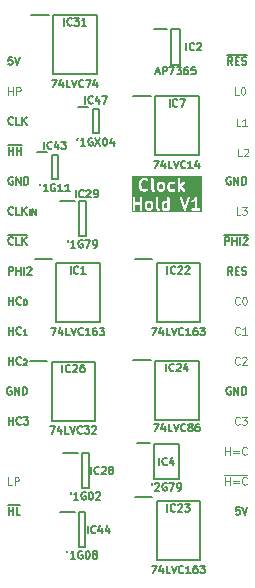
<source format=gto>
%TF.GenerationSoftware,KiCad,Pcbnew,9.0.2*%
%TF.CreationDate,2025-06-25T19:51:54+02:00*%
%TF.ProjectId,W65C816 Clock Hold,57363543-3831-4362-9043-6c6f636b2048,V1*%
%TF.SameCoordinates,Original*%
%TF.FileFunction,Legend,Top*%
%TF.FilePolarity,Positive*%
%FSLAX46Y46*%
G04 Gerber Fmt 4.6, Leading zero omitted, Abs format (unit mm)*
G04 Created by KiCad (PCBNEW 9.0.2) date 2025-06-25 19:51:54*
%MOMM*%
%LPD*%
G01*
G04 APERTURE LIST*
%ADD10C,0.150000*%
%ADD11C,0.100000*%
%ADD12C,0.200000*%
G04 APERTURE END LIST*
D10*
X1392874Y-30765963D02*
X1392874Y-30130963D01*
X1392874Y-30433344D02*
X1755731Y-30433344D01*
X1755731Y-30765963D02*
X1755731Y-30130963D01*
X2420969Y-30705486D02*
X2390731Y-30735725D01*
X2390731Y-30735725D02*
X2300017Y-30765963D01*
X2300017Y-30765963D02*
X2239541Y-30765963D01*
X2239541Y-30765963D02*
X2148826Y-30735725D01*
X2148826Y-30735725D02*
X2088350Y-30675248D01*
X2088350Y-30675248D02*
X2058112Y-30614772D01*
X2058112Y-30614772D02*
X2027874Y-30493820D01*
X2027874Y-30493820D02*
X2027874Y-30403105D01*
X2027874Y-30403105D02*
X2058112Y-30282153D01*
X2058112Y-30282153D02*
X2088350Y-30221677D01*
X2088350Y-30221677D02*
X2148826Y-30161201D01*
X2148826Y-30161201D02*
X2239541Y-30130963D01*
X2239541Y-30130963D02*
X2300017Y-30130963D01*
X2300017Y-30130963D02*
X2390731Y-30161201D01*
X2390731Y-30161201D02*
X2420969Y-30191439D01*
X2632636Y-30130963D02*
X3025731Y-30130963D01*
X3025731Y-30130963D02*
X2814064Y-30372867D01*
X2814064Y-30372867D02*
X2904779Y-30372867D01*
X2904779Y-30372867D02*
X2965255Y-30403105D01*
X2965255Y-30403105D02*
X2995493Y-30433344D01*
X2995493Y-30433344D02*
X3025731Y-30493820D01*
X3025731Y-30493820D02*
X3025731Y-30645010D01*
X3025731Y-30645010D02*
X2995493Y-30705486D01*
X2995493Y-30705486D02*
X2965255Y-30735725D01*
X2965255Y-30735725D02*
X2904779Y-30765963D01*
X2904779Y-30765963D02*
X2723350Y-30765963D01*
X2723350Y-30765963D02*
X2662874Y-30735725D01*
X2662874Y-30735725D02*
X2632636Y-30705486D01*
X20166887Y-9841201D02*
X20106411Y-9810963D01*
X20106411Y-9810963D02*
X20015697Y-9810963D01*
X20015697Y-9810963D02*
X19924982Y-9841201D01*
X19924982Y-9841201D02*
X19864506Y-9901677D01*
X19864506Y-9901677D02*
X19834268Y-9962153D01*
X19834268Y-9962153D02*
X19804030Y-10083105D01*
X19804030Y-10083105D02*
X19804030Y-10173820D01*
X19804030Y-10173820D02*
X19834268Y-10294772D01*
X19834268Y-10294772D02*
X19864506Y-10355248D01*
X19864506Y-10355248D02*
X19924982Y-10415725D01*
X19924982Y-10415725D02*
X20015697Y-10445963D01*
X20015697Y-10445963D02*
X20076173Y-10445963D01*
X20076173Y-10445963D02*
X20166887Y-10415725D01*
X20166887Y-10415725D02*
X20197125Y-10385486D01*
X20197125Y-10385486D02*
X20197125Y-10173820D01*
X20197125Y-10173820D02*
X20076173Y-10173820D01*
X20469268Y-10445963D02*
X20469268Y-9810963D01*
X20469268Y-9810963D02*
X20832125Y-10445963D01*
X20832125Y-10445963D02*
X20832125Y-9810963D01*
X21134506Y-10445963D02*
X21134506Y-9810963D01*
X21134506Y-9810963D02*
X21285696Y-9810963D01*
X21285696Y-9810963D02*
X21376411Y-9841201D01*
X21376411Y-9841201D02*
X21436887Y-9901677D01*
X21436887Y-9901677D02*
X21467125Y-9962153D01*
X21467125Y-9962153D02*
X21497363Y-10083105D01*
X21497363Y-10083105D02*
X21497363Y-10173820D01*
X21497363Y-10173820D02*
X21467125Y-10294772D01*
X21467125Y-10294772D02*
X21436887Y-10355248D01*
X21436887Y-10355248D02*
X21376411Y-10415725D01*
X21376411Y-10415725D02*
X21285696Y-10445963D01*
X21285696Y-10445963D02*
X21134506Y-10445963D01*
X1725493Y-9841201D02*
X1665017Y-9810963D01*
X1665017Y-9810963D02*
X1574303Y-9810963D01*
X1574303Y-9810963D02*
X1483588Y-9841201D01*
X1483588Y-9841201D02*
X1423112Y-9901677D01*
X1423112Y-9901677D02*
X1392874Y-9962153D01*
X1392874Y-9962153D02*
X1362636Y-10083105D01*
X1362636Y-10083105D02*
X1362636Y-10173820D01*
X1362636Y-10173820D02*
X1392874Y-10294772D01*
X1392874Y-10294772D02*
X1423112Y-10355248D01*
X1423112Y-10355248D02*
X1483588Y-10415725D01*
X1483588Y-10415725D02*
X1574303Y-10445963D01*
X1574303Y-10445963D02*
X1634779Y-10445963D01*
X1634779Y-10445963D02*
X1725493Y-10415725D01*
X1725493Y-10415725D02*
X1755731Y-10385486D01*
X1755731Y-10385486D02*
X1755731Y-10173820D01*
X1755731Y-10173820D02*
X1634779Y-10173820D01*
X2027874Y-10445963D02*
X2027874Y-9810963D01*
X2027874Y-9810963D02*
X2390731Y-10445963D01*
X2390731Y-10445963D02*
X2390731Y-9810963D01*
X2693112Y-10445963D02*
X2693112Y-9810963D01*
X2693112Y-9810963D02*
X2844302Y-9810963D01*
X2844302Y-9810963D02*
X2935017Y-9841201D01*
X2935017Y-9841201D02*
X2995493Y-9901677D01*
X2995493Y-9901677D02*
X3025731Y-9962153D01*
X3025731Y-9962153D02*
X3055969Y-10083105D01*
X3055969Y-10083105D02*
X3055969Y-10173820D01*
X3055969Y-10173820D02*
X3025731Y-10294772D01*
X3025731Y-10294772D02*
X2995493Y-10355248D01*
X2995493Y-10355248D02*
X2935017Y-10415725D01*
X2935017Y-10415725D02*
X2844302Y-10445963D01*
X2844302Y-10445963D02*
X2693112Y-10445963D01*
X1392874Y-7905963D02*
X1392874Y-7270963D01*
X1392874Y-7573344D02*
X1755731Y-7573344D01*
X1755731Y-7905963D02*
X1755731Y-7270963D01*
X2058112Y-7905963D02*
X2058112Y-7270963D01*
X2058112Y-7573344D02*
X2420969Y-7573344D01*
X2420969Y-7905963D02*
X2420969Y-7270963D01*
X1305184Y-7094675D02*
X2508660Y-7094675D01*
X20318077Y-285963D02*
X20106410Y16417D01*
X19955220Y-285963D02*
X19955220Y349036D01*
X19955220Y349036D02*
X20197125Y349036D01*
X20197125Y349036D02*
X20257601Y318798D01*
X20257601Y318798D02*
X20287839Y288560D01*
X20287839Y288560D02*
X20318077Y228084D01*
X20318077Y228084D02*
X20318077Y137370D01*
X20318077Y137370D02*
X20287839Y76894D01*
X20287839Y76894D02*
X20257601Y46655D01*
X20257601Y46655D02*
X20197125Y16417D01*
X20197125Y16417D02*
X19955220Y16417D01*
X20590220Y46655D02*
X20801887Y46655D01*
X20892601Y-285963D02*
X20590220Y-285963D01*
X20590220Y-285963D02*
X20590220Y349036D01*
X20590220Y349036D02*
X20892601Y349036D01*
X21134506Y-255725D02*
X21225220Y-285963D01*
X21225220Y-285963D02*
X21376411Y-285963D01*
X21376411Y-285963D02*
X21436887Y-255725D01*
X21436887Y-255725D02*
X21467125Y-225486D01*
X21467125Y-225486D02*
X21497363Y-165010D01*
X21497363Y-165010D02*
X21497363Y-104534D01*
X21497363Y-104534D02*
X21467125Y-44058D01*
X21467125Y-44058D02*
X21436887Y-13820D01*
X21436887Y-13820D02*
X21376411Y16417D01*
X21376411Y16417D02*
X21255458Y46655D01*
X21255458Y46655D02*
X21194982Y76894D01*
X21194982Y76894D02*
X21164744Y107132D01*
X21164744Y107132D02*
X21134506Y167608D01*
X21134506Y167608D02*
X21134506Y228084D01*
X21134506Y228084D02*
X21164744Y288560D01*
X21164744Y288560D02*
X21194982Y318798D01*
X21194982Y318798D02*
X21255458Y349036D01*
X21255458Y349036D02*
X21406649Y349036D01*
X21406649Y349036D02*
X21497363Y318798D01*
X19867530Y525325D02*
X21554816Y525325D01*
D11*
X20925496Y-30708086D02*
X20895258Y-30738325D01*
X20895258Y-30738325D02*
X20804544Y-30768563D01*
X20804544Y-30768563D02*
X20744068Y-30768563D01*
X20744068Y-30768563D02*
X20653353Y-30738325D01*
X20653353Y-30738325D02*
X20592877Y-30677848D01*
X20592877Y-30677848D02*
X20562639Y-30617372D01*
X20562639Y-30617372D02*
X20532401Y-30496420D01*
X20532401Y-30496420D02*
X20532401Y-30405705D01*
X20532401Y-30405705D02*
X20562639Y-30284753D01*
X20562639Y-30284753D02*
X20592877Y-30224277D01*
X20592877Y-30224277D02*
X20653353Y-30163801D01*
X20653353Y-30163801D02*
X20744068Y-30133563D01*
X20744068Y-30133563D02*
X20804544Y-30133563D01*
X20804544Y-30133563D02*
X20895258Y-30163801D01*
X20895258Y-30163801D02*
X20925496Y-30194039D01*
X21137163Y-30133563D02*
X21530258Y-30133563D01*
X21530258Y-30133563D02*
X21318591Y-30375467D01*
X21318591Y-30375467D02*
X21409306Y-30375467D01*
X21409306Y-30375467D02*
X21469782Y-30405705D01*
X21469782Y-30405705D02*
X21500020Y-30435944D01*
X21500020Y-30435944D02*
X21530258Y-30496420D01*
X21530258Y-30496420D02*
X21530258Y-30647610D01*
X21530258Y-30647610D02*
X21500020Y-30708086D01*
X21500020Y-30708086D02*
X21469782Y-30738325D01*
X21469782Y-30738325D02*
X21409306Y-30768563D01*
X21409306Y-30768563D02*
X21227877Y-30768563D01*
X21227877Y-30768563D02*
X21167401Y-30738325D01*
X21167401Y-30738325D02*
X21137163Y-30708086D01*
D10*
X1695255Y349036D02*
X1392874Y349036D01*
X1392874Y349036D02*
X1362636Y46655D01*
X1362636Y46655D02*
X1392874Y76894D01*
X1392874Y76894D02*
X1453350Y107132D01*
X1453350Y107132D02*
X1604541Y107132D01*
X1604541Y107132D02*
X1665017Y76894D01*
X1665017Y76894D02*
X1695255Y46655D01*
X1695255Y46655D02*
X1725493Y-13820D01*
X1725493Y-13820D02*
X1725493Y-165010D01*
X1725493Y-165010D02*
X1695255Y-225486D01*
X1695255Y-225486D02*
X1665017Y-255725D01*
X1665017Y-255725D02*
X1604541Y-285963D01*
X1604541Y-285963D02*
X1453350Y-285963D01*
X1453350Y-285963D02*
X1392874Y-255725D01*
X1392874Y-255725D02*
X1362636Y-225486D01*
X1906922Y349036D02*
X2118588Y-285963D01*
X2118588Y-285963D02*
X2330255Y349036D01*
D11*
X19715973Y-35848563D02*
X19715973Y-35213563D01*
X19715973Y-35515944D02*
X20078830Y-35515944D01*
X20078830Y-35848563D02*
X20078830Y-35213563D01*
X20381211Y-35515944D02*
X20865021Y-35515944D01*
X20865021Y-35697372D02*
X20381211Y-35697372D01*
X21530258Y-35788086D02*
X21500020Y-35818325D01*
X21500020Y-35818325D02*
X21409306Y-35848563D01*
X21409306Y-35848563D02*
X21348830Y-35848563D01*
X21348830Y-35848563D02*
X21258115Y-35818325D01*
X21258115Y-35818325D02*
X21197639Y-35757848D01*
X21197639Y-35757848D02*
X21167401Y-35697372D01*
X21167401Y-35697372D02*
X21137163Y-35576420D01*
X21137163Y-35576420D02*
X21137163Y-35485705D01*
X21137163Y-35485705D02*
X21167401Y-35364753D01*
X21167401Y-35364753D02*
X21197639Y-35304277D01*
X21197639Y-35304277D02*
X21258115Y-35243801D01*
X21258115Y-35243801D02*
X21348830Y-35213563D01*
X21348830Y-35213563D02*
X21409306Y-35213563D01*
X21409306Y-35213563D02*
X21500020Y-35243801D01*
X21500020Y-35243801D02*
X21530258Y-35274039D01*
X19628283Y-35037275D02*
X21587711Y-35037275D01*
X20925496Y-23088086D02*
X20895258Y-23118325D01*
X20895258Y-23118325D02*
X20804544Y-23148563D01*
X20804544Y-23148563D02*
X20744068Y-23148563D01*
X20744068Y-23148563D02*
X20653353Y-23118325D01*
X20653353Y-23118325D02*
X20592877Y-23057848D01*
X20592877Y-23057848D02*
X20562639Y-22997372D01*
X20562639Y-22997372D02*
X20532401Y-22876420D01*
X20532401Y-22876420D02*
X20532401Y-22785705D01*
X20532401Y-22785705D02*
X20562639Y-22664753D01*
X20562639Y-22664753D02*
X20592877Y-22604277D01*
X20592877Y-22604277D02*
X20653353Y-22543801D01*
X20653353Y-22543801D02*
X20744068Y-22513563D01*
X20744068Y-22513563D02*
X20804544Y-22513563D01*
X20804544Y-22513563D02*
X20895258Y-22543801D01*
X20895258Y-22543801D02*
X20925496Y-22574039D01*
X21530258Y-23148563D02*
X21167401Y-23148563D01*
X21348829Y-23148563D02*
X21348829Y-22513563D01*
X21348829Y-22513563D02*
X21288353Y-22604277D01*
X21288353Y-22604277D02*
X21227877Y-22664753D01*
X21227877Y-22664753D02*
X21167401Y-22694991D01*
D10*
X20318077Y-18065963D02*
X20106410Y-17763582D01*
X19955220Y-18065963D02*
X19955220Y-17430963D01*
X19955220Y-17430963D02*
X20197125Y-17430963D01*
X20197125Y-17430963D02*
X20257601Y-17461201D01*
X20257601Y-17461201D02*
X20287839Y-17491439D01*
X20287839Y-17491439D02*
X20318077Y-17551915D01*
X20318077Y-17551915D02*
X20318077Y-17642629D01*
X20318077Y-17642629D02*
X20287839Y-17703105D01*
X20287839Y-17703105D02*
X20257601Y-17733344D01*
X20257601Y-17733344D02*
X20197125Y-17763582D01*
X20197125Y-17763582D02*
X19955220Y-17763582D01*
X20590220Y-17733344D02*
X20801887Y-17733344D01*
X20892601Y-18065963D02*
X20590220Y-18065963D01*
X20590220Y-18065963D02*
X20590220Y-17430963D01*
X20590220Y-17430963D02*
X20892601Y-17430963D01*
X21134506Y-18035725D02*
X21225220Y-18065963D01*
X21225220Y-18065963D02*
X21376411Y-18065963D01*
X21376411Y-18065963D02*
X21436887Y-18035725D01*
X21436887Y-18035725D02*
X21467125Y-18005486D01*
X21467125Y-18005486D02*
X21497363Y-17945010D01*
X21497363Y-17945010D02*
X21497363Y-17884534D01*
X21497363Y-17884534D02*
X21467125Y-17824058D01*
X21467125Y-17824058D02*
X21436887Y-17793820D01*
X21436887Y-17793820D02*
X21376411Y-17763582D01*
X21376411Y-17763582D02*
X21255458Y-17733344D01*
X21255458Y-17733344D02*
X21194982Y-17703105D01*
X21194982Y-17703105D02*
X21164744Y-17672867D01*
X21164744Y-17672867D02*
X21134506Y-17612391D01*
X21134506Y-17612391D02*
X21134506Y-17551915D01*
X21134506Y-17551915D02*
X21164744Y-17491439D01*
X21164744Y-17491439D02*
X21194982Y-17461201D01*
X21194982Y-17461201D02*
X21255458Y-17430963D01*
X21255458Y-17430963D02*
X21406649Y-17430963D01*
X21406649Y-17430963D02*
X21497363Y-17461201D01*
X19689125Y-15525963D02*
X19689125Y-14890963D01*
X19689125Y-14890963D02*
X19931030Y-14890963D01*
X19931030Y-14890963D02*
X19991506Y-14921201D01*
X19991506Y-14921201D02*
X20021744Y-14951439D01*
X20021744Y-14951439D02*
X20051982Y-15011915D01*
X20051982Y-15011915D02*
X20051982Y-15102629D01*
X20051982Y-15102629D02*
X20021744Y-15163105D01*
X20021744Y-15163105D02*
X19991506Y-15193344D01*
X19991506Y-15193344D02*
X19931030Y-15223582D01*
X19931030Y-15223582D02*
X19689125Y-15223582D01*
X20324125Y-15525963D02*
X20324125Y-14890963D01*
X20324125Y-15193344D02*
X20686982Y-15193344D01*
X20686982Y-15525963D02*
X20686982Y-14890963D01*
X20989363Y-15525963D02*
X20989363Y-14890963D01*
X21261506Y-14951439D02*
X21291744Y-14921201D01*
X21291744Y-14921201D02*
X21352220Y-14890963D01*
X21352220Y-14890963D02*
X21503411Y-14890963D01*
X21503411Y-14890963D02*
X21563887Y-14921201D01*
X21563887Y-14921201D02*
X21594125Y-14951439D01*
X21594125Y-14951439D02*
X21624363Y-15011915D01*
X21624363Y-15011915D02*
X21624363Y-15072391D01*
X21624363Y-15072391D02*
X21594125Y-15163105D01*
X21594125Y-15163105D02*
X21231268Y-15525963D01*
X21231268Y-15525963D02*
X21624363Y-15525963D01*
X19601435Y-14714675D02*
X21681816Y-14714675D01*
X1755731Y-15465486D02*
X1725493Y-15495725D01*
X1725493Y-15495725D02*
X1634779Y-15525963D01*
X1634779Y-15525963D02*
X1574303Y-15525963D01*
X1574303Y-15525963D02*
X1483588Y-15495725D01*
X1483588Y-15495725D02*
X1423112Y-15435248D01*
X1423112Y-15435248D02*
X1392874Y-15374772D01*
X1392874Y-15374772D02*
X1362636Y-15253820D01*
X1362636Y-15253820D02*
X1362636Y-15163105D01*
X1362636Y-15163105D02*
X1392874Y-15042153D01*
X1392874Y-15042153D02*
X1423112Y-14981677D01*
X1423112Y-14981677D02*
X1483588Y-14921201D01*
X1483588Y-14921201D02*
X1574303Y-14890963D01*
X1574303Y-14890963D02*
X1634779Y-14890963D01*
X1634779Y-14890963D02*
X1725493Y-14921201D01*
X1725493Y-14921201D02*
X1755731Y-14951439D01*
X2330255Y-15525963D02*
X2027874Y-15525963D01*
X2027874Y-15525963D02*
X2027874Y-14890963D01*
X2541922Y-15525963D02*
X2541922Y-14890963D01*
X2904779Y-15525963D02*
X2632636Y-15163105D01*
X2904779Y-14890963D02*
X2541922Y-15253820D01*
X1305184Y-14714675D02*
X2962232Y-14714675D01*
X1755731Y-5305486D02*
X1725493Y-5335725D01*
X1725493Y-5335725D02*
X1634779Y-5365963D01*
X1634779Y-5365963D02*
X1574303Y-5365963D01*
X1574303Y-5365963D02*
X1483588Y-5335725D01*
X1483588Y-5335725D02*
X1423112Y-5275248D01*
X1423112Y-5275248D02*
X1392874Y-5214772D01*
X1392874Y-5214772D02*
X1362636Y-5093820D01*
X1362636Y-5093820D02*
X1362636Y-5003105D01*
X1362636Y-5003105D02*
X1392874Y-4882153D01*
X1392874Y-4882153D02*
X1423112Y-4821677D01*
X1423112Y-4821677D02*
X1483588Y-4761201D01*
X1483588Y-4761201D02*
X1574303Y-4730963D01*
X1574303Y-4730963D02*
X1634779Y-4730963D01*
X1634779Y-4730963D02*
X1725493Y-4761201D01*
X1725493Y-4761201D02*
X1755731Y-4791439D01*
X2330255Y-5365963D02*
X2027874Y-5365963D01*
X2027874Y-5365963D02*
X2027874Y-4730963D01*
X2541922Y-5365963D02*
X2541922Y-4730963D01*
X2904779Y-5365963D02*
X2632636Y-5003105D01*
X2904779Y-4730963D02*
X2541922Y-5093820D01*
D11*
X20925496Y-25628086D02*
X20895258Y-25658325D01*
X20895258Y-25658325D02*
X20804544Y-25688563D01*
X20804544Y-25688563D02*
X20744068Y-25688563D01*
X20744068Y-25688563D02*
X20653353Y-25658325D01*
X20653353Y-25658325D02*
X20592877Y-25597848D01*
X20592877Y-25597848D02*
X20562639Y-25537372D01*
X20562639Y-25537372D02*
X20532401Y-25416420D01*
X20532401Y-25416420D02*
X20532401Y-25325705D01*
X20532401Y-25325705D02*
X20562639Y-25204753D01*
X20562639Y-25204753D02*
X20592877Y-25144277D01*
X20592877Y-25144277D02*
X20653353Y-25083801D01*
X20653353Y-25083801D02*
X20744068Y-25053563D01*
X20744068Y-25053563D02*
X20804544Y-25053563D01*
X20804544Y-25053563D02*
X20895258Y-25083801D01*
X20895258Y-25083801D02*
X20925496Y-25114039D01*
X21167401Y-25114039D02*
X21197639Y-25083801D01*
X21197639Y-25083801D02*
X21258115Y-25053563D01*
X21258115Y-25053563D02*
X21409306Y-25053563D01*
X21409306Y-25053563D02*
X21469782Y-25083801D01*
X21469782Y-25083801D02*
X21500020Y-25114039D01*
X21500020Y-25114039D02*
X21530258Y-25174515D01*
X21530258Y-25174515D02*
X21530258Y-25234991D01*
X21530258Y-25234991D02*
X21500020Y-25325705D01*
X21500020Y-25325705D02*
X21137163Y-25688563D01*
X21137163Y-25688563D02*
X21530258Y-25688563D01*
X20925496Y-20548086D02*
X20895258Y-20578325D01*
X20895258Y-20578325D02*
X20804544Y-20608563D01*
X20804544Y-20608563D02*
X20744068Y-20608563D01*
X20744068Y-20608563D02*
X20653353Y-20578325D01*
X20653353Y-20578325D02*
X20592877Y-20517848D01*
X20592877Y-20517848D02*
X20562639Y-20457372D01*
X20562639Y-20457372D02*
X20532401Y-20336420D01*
X20532401Y-20336420D02*
X20532401Y-20245705D01*
X20532401Y-20245705D02*
X20562639Y-20124753D01*
X20562639Y-20124753D02*
X20592877Y-20064277D01*
X20592877Y-20064277D02*
X20653353Y-20003801D01*
X20653353Y-20003801D02*
X20744068Y-19973563D01*
X20744068Y-19973563D02*
X20804544Y-19973563D01*
X20804544Y-19973563D02*
X20895258Y-20003801D01*
X20895258Y-20003801D02*
X20925496Y-20034039D01*
X21318591Y-19973563D02*
X21379068Y-19973563D01*
X21379068Y-19973563D02*
X21439544Y-20003801D01*
X21439544Y-20003801D02*
X21469782Y-20034039D01*
X21469782Y-20034039D02*
X21500020Y-20094515D01*
X21500020Y-20094515D02*
X21530258Y-20215467D01*
X21530258Y-20215467D02*
X21530258Y-20366658D01*
X21530258Y-20366658D02*
X21500020Y-20487610D01*
X21500020Y-20487610D02*
X21469782Y-20548086D01*
X21469782Y-20548086D02*
X21439544Y-20578325D01*
X21439544Y-20578325D02*
X21379068Y-20608563D01*
X21379068Y-20608563D02*
X21318591Y-20608563D01*
X21318591Y-20608563D02*
X21258115Y-20578325D01*
X21258115Y-20578325D02*
X21227877Y-20548086D01*
X21227877Y-20548086D02*
X21197639Y-20487610D01*
X21197639Y-20487610D02*
X21167401Y-20366658D01*
X21167401Y-20366658D02*
X21167401Y-20215467D01*
X21167401Y-20215467D02*
X21197639Y-20094515D01*
X21197639Y-20094515D02*
X21227877Y-20034039D01*
X21227877Y-20034039D02*
X21258115Y-20003801D01*
X21258115Y-20003801D02*
X21318591Y-19973563D01*
X1359979Y-2828563D02*
X1359979Y-2193563D01*
X1359979Y-2495944D02*
X1722836Y-2495944D01*
X1722836Y-2828563D02*
X1722836Y-2193563D01*
X2025217Y-2828563D02*
X2025217Y-2193563D01*
X2025217Y-2193563D02*
X2267122Y-2193563D01*
X2267122Y-2193563D02*
X2327598Y-2223801D01*
X2327598Y-2223801D02*
X2357836Y-2254039D01*
X2357836Y-2254039D02*
X2388074Y-2314515D01*
X2388074Y-2314515D02*
X2388074Y-2405229D01*
X2388074Y-2405229D02*
X2357836Y-2465705D01*
X2357836Y-2465705D02*
X2327598Y-2495944D01*
X2327598Y-2495944D02*
X2267122Y-2526182D01*
X2267122Y-2526182D02*
X2025217Y-2526182D01*
D10*
X1598493Y-27621201D02*
X1538017Y-27590963D01*
X1538017Y-27590963D02*
X1447303Y-27590963D01*
X1447303Y-27590963D02*
X1356588Y-27621201D01*
X1356588Y-27621201D02*
X1296112Y-27681677D01*
X1296112Y-27681677D02*
X1265874Y-27742153D01*
X1265874Y-27742153D02*
X1235636Y-27863105D01*
X1235636Y-27863105D02*
X1235636Y-27953820D01*
X1235636Y-27953820D02*
X1265874Y-28074772D01*
X1265874Y-28074772D02*
X1296112Y-28135248D01*
X1296112Y-28135248D02*
X1356588Y-28195725D01*
X1356588Y-28195725D02*
X1447303Y-28225963D01*
X1447303Y-28225963D02*
X1507779Y-28225963D01*
X1507779Y-28225963D02*
X1598493Y-28195725D01*
X1598493Y-28195725D02*
X1628731Y-28165486D01*
X1628731Y-28165486D02*
X1628731Y-27953820D01*
X1628731Y-27953820D02*
X1507779Y-27953820D01*
X1900874Y-28225963D02*
X1900874Y-27590963D01*
X1900874Y-27590963D02*
X2263731Y-28225963D01*
X2263731Y-28225963D02*
X2263731Y-27590963D01*
X2566112Y-28225963D02*
X2566112Y-27590963D01*
X2566112Y-27590963D02*
X2717302Y-27590963D01*
X2717302Y-27590963D02*
X2808017Y-27621201D01*
X2808017Y-27621201D02*
X2868493Y-27681677D01*
X2868493Y-27681677D02*
X2898731Y-27742153D01*
X2898731Y-27742153D02*
X2928969Y-27863105D01*
X2928969Y-27863105D02*
X2928969Y-27953820D01*
X2928969Y-27953820D02*
X2898731Y-28074772D01*
X2898731Y-28074772D02*
X2868493Y-28135248D01*
X2868493Y-28135248D02*
X2808017Y-28195725D01*
X2808017Y-28195725D02*
X2717302Y-28225963D01*
X2717302Y-28225963D02*
X2566112Y-28225963D01*
X20922839Y-37750963D02*
X20620458Y-37750963D01*
X20620458Y-37750963D02*
X20590220Y-38053344D01*
X20590220Y-38053344D02*
X20620458Y-38023105D01*
X20620458Y-38023105D02*
X20680934Y-37992867D01*
X20680934Y-37992867D02*
X20832125Y-37992867D01*
X20832125Y-37992867D02*
X20892601Y-38023105D01*
X20892601Y-38023105D02*
X20922839Y-38053344D01*
X20922839Y-38053344D02*
X20953077Y-38113820D01*
X20953077Y-38113820D02*
X20953077Y-38265010D01*
X20953077Y-38265010D02*
X20922839Y-38325486D01*
X20922839Y-38325486D02*
X20892601Y-38355725D01*
X20892601Y-38355725D02*
X20832125Y-38385963D01*
X20832125Y-38385963D02*
X20680934Y-38385963D01*
X20680934Y-38385963D02*
X20620458Y-38355725D01*
X20620458Y-38355725D02*
X20590220Y-38325486D01*
X21134506Y-37750963D02*
X21346172Y-38385963D01*
X21346172Y-38385963D02*
X21557839Y-37750963D01*
X20166887Y-27621201D02*
X20106411Y-27590963D01*
X20106411Y-27590963D02*
X20015697Y-27590963D01*
X20015697Y-27590963D02*
X19924982Y-27621201D01*
X19924982Y-27621201D02*
X19864506Y-27681677D01*
X19864506Y-27681677D02*
X19834268Y-27742153D01*
X19834268Y-27742153D02*
X19804030Y-27863105D01*
X19804030Y-27863105D02*
X19804030Y-27953820D01*
X19804030Y-27953820D02*
X19834268Y-28074772D01*
X19834268Y-28074772D02*
X19864506Y-28135248D01*
X19864506Y-28135248D02*
X19924982Y-28195725D01*
X19924982Y-28195725D02*
X20015697Y-28225963D01*
X20015697Y-28225963D02*
X20076173Y-28225963D01*
X20076173Y-28225963D02*
X20166887Y-28195725D01*
X20166887Y-28195725D02*
X20197125Y-28165486D01*
X20197125Y-28165486D02*
X20197125Y-27953820D01*
X20197125Y-27953820D02*
X20076173Y-27953820D01*
X20469268Y-28225963D02*
X20469268Y-27590963D01*
X20469268Y-27590963D02*
X20832125Y-28225963D01*
X20832125Y-28225963D02*
X20832125Y-27590963D01*
X21134506Y-28225963D02*
X21134506Y-27590963D01*
X21134506Y-27590963D02*
X21285696Y-27590963D01*
X21285696Y-27590963D02*
X21376411Y-27621201D01*
X21376411Y-27621201D02*
X21436887Y-27681677D01*
X21436887Y-27681677D02*
X21467125Y-27742153D01*
X21467125Y-27742153D02*
X21497363Y-27863105D01*
X21497363Y-27863105D02*
X21497363Y-27953820D01*
X21497363Y-27953820D02*
X21467125Y-28074772D01*
X21467125Y-28074772D02*
X21436887Y-28135248D01*
X21436887Y-28135248D02*
X21376411Y-28195725D01*
X21376411Y-28195725D02*
X21285696Y-28225963D01*
X21285696Y-28225963D02*
X21134506Y-28225963D01*
X1392874Y-18065963D02*
X1392874Y-17430963D01*
X1392874Y-17430963D02*
X1634779Y-17430963D01*
X1634779Y-17430963D02*
X1695255Y-17461201D01*
X1695255Y-17461201D02*
X1725493Y-17491439D01*
X1725493Y-17491439D02*
X1755731Y-17551915D01*
X1755731Y-17551915D02*
X1755731Y-17642629D01*
X1755731Y-17642629D02*
X1725493Y-17703105D01*
X1725493Y-17703105D02*
X1695255Y-17733344D01*
X1695255Y-17733344D02*
X1634779Y-17763582D01*
X1634779Y-17763582D02*
X1392874Y-17763582D01*
X2027874Y-18065963D02*
X2027874Y-17430963D01*
X2027874Y-17733344D02*
X2390731Y-17733344D01*
X2390731Y-18065963D02*
X2390731Y-17430963D01*
X2693112Y-18065963D02*
X2693112Y-17430963D01*
X2965255Y-17491439D02*
X2995493Y-17461201D01*
X2995493Y-17461201D02*
X3055969Y-17430963D01*
X3055969Y-17430963D02*
X3207160Y-17430963D01*
X3207160Y-17430963D02*
X3267636Y-17461201D01*
X3267636Y-17461201D02*
X3297874Y-17491439D01*
X3297874Y-17491439D02*
X3328112Y-17551915D01*
X3328112Y-17551915D02*
X3328112Y-17612391D01*
X3328112Y-17612391D02*
X3297874Y-17703105D01*
X3297874Y-17703105D02*
X2935017Y-18065963D01*
X2935017Y-18065963D02*
X3328112Y-18065963D01*
X1392874Y-38385963D02*
X1392874Y-37750963D01*
X1392874Y-38053344D02*
X1755731Y-38053344D01*
X1755731Y-38385963D02*
X1755731Y-37750963D01*
X2360493Y-38385963D02*
X2058112Y-38385963D01*
X2058112Y-38385963D02*
X2058112Y-37750963D01*
X1305184Y-37574675D02*
X2357470Y-37574675D01*
D12*
G36*
X13363239Y-12030357D02*
G01*
X13387908Y-12055025D01*
X13417713Y-12114635D01*
X13417713Y-12353135D01*
X13387908Y-12412743D01*
X13363239Y-12437413D01*
X13303630Y-12467219D01*
X13207987Y-12467219D01*
X13148377Y-12437414D01*
X13123710Y-12412746D01*
X13093904Y-12353134D01*
X13093904Y-12114635D01*
X13123709Y-12055025D01*
X13148377Y-12030356D01*
X13207987Y-12000552D01*
X13303630Y-12000552D01*
X13363239Y-12030357D01*
G37*
G36*
X14798666Y-12009974D02*
G01*
X14798666Y-12457796D01*
X14779821Y-12467219D01*
X14636559Y-12467219D01*
X14576949Y-12437414D01*
X14552282Y-12412746D01*
X14522476Y-12353134D01*
X14522476Y-12114635D01*
X14552281Y-12055025D01*
X14576949Y-12030356D01*
X14636559Y-12000552D01*
X14779821Y-12000552D01*
X14798666Y-12009974D01*
G37*
G36*
X14387049Y-10420413D02*
G01*
X14411718Y-10445081D01*
X14441523Y-10504691D01*
X14441523Y-10743191D01*
X14411718Y-10802799D01*
X14387049Y-10827469D01*
X14327440Y-10857275D01*
X14231797Y-10857275D01*
X14172187Y-10827470D01*
X14147520Y-10802802D01*
X14117714Y-10743190D01*
X14117714Y-10504691D01*
X14147519Y-10445081D01*
X14172187Y-10420412D01*
X14231797Y-10390608D01*
X14327440Y-10390608D01*
X14387049Y-10420413D01*
G37*
G36*
X17726904Y-12778330D02*
G01*
X11782793Y-12778330D01*
X11782793Y-11567219D01*
X11893904Y-11567219D01*
X11893904Y-12567219D01*
X11895825Y-12586728D01*
X11910757Y-12622776D01*
X11938347Y-12650366D01*
X11974395Y-12665298D01*
X12013413Y-12665298D01*
X12049461Y-12650366D01*
X12077051Y-12622776D01*
X12091983Y-12586728D01*
X12093904Y-12567219D01*
X12093904Y-12143409D01*
X12465332Y-12143409D01*
X12465332Y-12567219D01*
X12467253Y-12586728D01*
X12482185Y-12622776D01*
X12509775Y-12650366D01*
X12545823Y-12665298D01*
X12584841Y-12665298D01*
X12620889Y-12650366D01*
X12648479Y-12622776D01*
X12663411Y-12586728D01*
X12665332Y-12567219D01*
X12665332Y-12091028D01*
X12893904Y-12091028D01*
X12893904Y-12376742D01*
X12895825Y-12396251D01*
X12897200Y-12399571D01*
X12897455Y-12403155D01*
X12904461Y-12421463D01*
X12952080Y-12516701D01*
X12957363Y-12525093D01*
X12958375Y-12527537D01*
X12960631Y-12530286D01*
X12962523Y-12533291D01*
X12964517Y-12535020D01*
X12970812Y-12542690D01*
X13018430Y-12590310D01*
X13026098Y-12596603D01*
X13027830Y-12598600D01*
X13030838Y-12600493D01*
X13033584Y-12602747D01*
X13036024Y-12603757D01*
X13044421Y-12609043D01*
X13139658Y-12656662D01*
X13157967Y-12663668D01*
X13161550Y-12663922D01*
X13164871Y-12665298D01*
X13184380Y-12667219D01*
X13327237Y-12667219D01*
X13346746Y-12665298D01*
X13350066Y-12663922D01*
X13353650Y-12663668D01*
X13371958Y-12656662D01*
X13467196Y-12609043D01*
X13475591Y-12603758D01*
X13478033Y-12602747D01*
X13480780Y-12600491D01*
X13483786Y-12598600D01*
X13485516Y-12596605D01*
X13493186Y-12590310D01*
X13540805Y-12542690D01*
X13547097Y-12535023D01*
X13549094Y-12533292D01*
X13550987Y-12530284D01*
X13553242Y-12527537D01*
X13554253Y-12525095D01*
X13559537Y-12516701D01*
X13607156Y-12421464D01*
X13614162Y-12403155D01*
X13614416Y-12399571D01*
X13615792Y-12396251D01*
X13617713Y-12376742D01*
X13617713Y-12091028D01*
X13615792Y-12071519D01*
X13614416Y-12068198D01*
X13614162Y-12064615D01*
X13607156Y-12046306D01*
X13559537Y-11951069D01*
X13554251Y-11942672D01*
X13553241Y-11940232D01*
X13550987Y-11937486D01*
X13549094Y-11934478D01*
X13547096Y-11932745D01*
X13540804Y-11925079D01*
X13493186Y-11877460D01*
X13485515Y-11871165D01*
X13483786Y-11869171D01*
X13480778Y-11867277D01*
X13478032Y-11865024D01*
X13475592Y-11864013D01*
X13467196Y-11858728D01*
X13371958Y-11811109D01*
X13353650Y-11804103D01*
X13350066Y-11803848D01*
X13346746Y-11802473D01*
X13327237Y-11800552D01*
X13184380Y-11800552D01*
X13164871Y-11802473D01*
X13161550Y-11803848D01*
X13157967Y-11804103D01*
X13139658Y-11811109D01*
X13044421Y-11858728D01*
X13036024Y-11864013D01*
X13033584Y-11865024D01*
X13030838Y-11867277D01*
X13027830Y-11869171D01*
X13026097Y-11871168D01*
X13018431Y-11877461D01*
X12970812Y-11925079D01*
X12964517Y-11932749D01*
X12962523Y-11934479D01*
X12960629Y-11937486D01*
X12958376Y-11940233D01*
X12957365Y-11942672D01*
X12952080Y-11951069D01*
X12904461Y-12046307D01*
X12897455Y-12064615D01*
X12897200Y-12068198D01*
X12895825Y-12071519D01*
X12893904Y-12091028D01*
X12665332Y-12091028D01*
X12665332Y-11567219D01*
X13846285Y-11567219D01*
X13846285Y-12424361D01*
X13848206Y-12443870D01*
X13849581Y-12447190D01*
X13849836Y-12450773D01*
X13856842Y-12469082D01*
X13904461Y-12564321D01*
X13906514Y-12567584D01*
X13907028Y-12569123D01*
X13908690Y-12571039D01*
X13914904Y-12580911D01*
X13924375Y-12589125D01*
X13932592Y-12598600D01*
X13942462Y-12604812D01*
X13944380Y-12606476D01*
X13945920Y-12606989D01*
X13949183Y-12609043D01*
X14044420Y-12656662D01*
X14062729Y-12663668D01*
X14101649Y-12666434D01*
X14138665Y-12654095D01*
X14168142Y-12628530D01*
X14185591Y-12593632D01*
X14188356Y-12554712D01*
X14176018Y-12517696D01*
X14150453Y-12488219D01*
X14133863Y-12477776D01*
X14068439Y-12445064D01*
X14046285Y-12400754D01*
X14046285Y-12091028D01*
X14322476Y-12091028D01*
X14322476Y-12376742D01*
X14324397Y-12396251D01*
X14325772Y-12399571D01*
X14326027Y-12403155D01*
X14333033Y-12421463D01*
X14380652Y-12516701D01*
X14385935Y-12525093D01*
X14386947Y-12527537D01*
X14389203Y-12530286D01*
X14391095Y-12533291D01*
X14393089Y-12535020D01*
X14399384Y-12542690D01*
X14447002Y-12590310D01*
X14454670Y-12596603D01*
X14456402Y-12598600D01*
X14459410Y-12600493D01*
X14462156Y-12602747D01*
X14464596Y-12603757D01*
X14472993Y-12609043D01*
X14568230Y-12656662D01*
X14586539Y-12663668D01*
X14590122Y-12663922D01*
X14593443Y-12665298D01*
X14612952Y-12667219D01*
X14803428Y-12667219D01*
X14822937Y-12665298D01*
X14826257Y-12663922D01*
X14829841Y-12663668D01*
X14848149Y-12656662D01*
X14852752Y-12654360D01*
X14879157Y-12665298D01*
X14918175Y-12665298D01*
X14954223Y-12650366D01*
X14981813Y-12622776D01*
X14996745Y-12586728D01*
X14998666Y-12567219D01*
X14998666Y-11579726D01*
X15894690Y-11579726D01*
X15899037Y-11598842D01*
X16232370Y-12598841D01*
X16240361Y-12616742D01*
X16245044Y-12622141D01*
X16248239Y-12628531D01*
X16257710Y-12636746D01*
X16265926Y-12646218D01*
X16272314Y-12649412D01*
X16277715Y-12654096D01*
X16289616Y-12658063D01*
X16300825Y-12663667D01*
X16307949Y-12664173D01*
X16314731Y-12666434D01*
X16327240Y-12665544D01*
X16339745Y-12666434D01*
X16346523Y-12664174D01*
X16353651Y-12663668D01*
X16364867Y-12658059D01*
X16376761Y-12654095D01*
X16382158Y-12649414D01*
X16388550Y-12646218D01*
X16396768Y-12636742D01*
X16406237Y-12628530D01*
X16409430Y-12622143D01*
X16414115Y-12616742D01*
X16422106Y-12598842D01*
X16674911Y-11840426D01*
X16847071Y-11840426D01*
X16849837Y-11879346D01*
X16867286Y-11914245D01*
X16896763Y-11939809D01*
X16933779Y-11952148D01*
X16972699Y-11949382D01*
X16991007Y-11942376D01*
X17086245Y-11894757D01*
X17094641Y-11889471D01*
X17097081Y-11888461D01*
X17099827Y-11886207D01*
X17102835Y-11884314D01*
X17104564Y-11882319D01*
X17112235Y-11876025D01*
X17132000Y-11856260D01*
X17132000Y-12467219D01*
X16946286Y-12467219D01*
X16926777Y-12469140D01*
X16890729Y-12484072D01*
X16863139Y-12511662D01*
X16848207Y-12547710D01*
X16848207Y-12586728D01*
X16863139Y-12622776D01*
X16890729Y-12650366D01*
X16926777Y-12665298D01*
X16946286Y-12667219D01*
X17517714Y-12667219D01*
X17537223Y-12665298D01*
X17573271Y-12650366D01*
X17600861Y-12622776D01*
X17615793Y-12586728D01*
X17615793Y-12547710D01*
X17600861Y-12511662D01*
X17573271Y-12484072D01*
X17537223Y-12469140D01*
X17517714Y-12467219D01*
X17332000Y-12467219D01*
X17332000Y-11567219D01*
X17331993Y-11567148D01*
X17332000Y-11567114D01*
X17331979Y-11567012D01*
X17330079Y-11547710D01*
X17326289Y-11538561D01*
X17324348Y-11528854D01*
X17318896Y-11520713D01*
X17315147Y-11511662D01*
X17308147Y-11504662D01*
X17302637Y-11496434D01*
X17294482Y-11490997D01*
X17287557Y-11484072D01*
X17278413Y-11480284D01*
X17270172Y-11474790D01*
X17260558Y-11472888D01*
X17251509Y-11469140D01*
X17241608Y-11469140D01*
X17231896Y-11467219D01*
X17222291Y-11469140D01*
X17212491Y-11469140D01*
X17203342Y-11472929D01*
X17193635Y-11474871D01*
X17185494Y-11480322D01*
X17176443Y-11484072D01*
X17169443Y-11491071D01*
X17161215Y-11496582D01*
X17148926Y-11511588D01*
X17148853Y-11511662D01*
X17148839Y-11511694D01*
X17148795Y-11511749D01*
X17059051Y-11646365D01*
X16982287Y-11723128D01*
X16901565Y-11763490D01*
X16884974Y-11773933D01*
X16859410Y-11803410D01*
X16847071Y-11840426D01*
X16674911Y-11840426D01*
X16755439Y-11598842D01*
X16759786Y-11579727D01*
X16757020Y-11540807D01*
X16739570Y-11505908D01*
X16710094Y-11480343D01*
X16673078Y-11468004D01*
X16634158Y-11470771D01*
X16599259Y-11488220D01*
X16573694Y-11517696D01*
X16565703Y-11535597D01*
X16327238Y-12250991D01*
X16088773Y-11535596D01*
X16080782Y-11517696D01*
X16055217Y-11488220D01*
X16020318Y-11470770D01*
X15981398Y-11468004D01*
X15944382Y-11480342D01*
X15914906Y-11505907D01*
X15897456Y-11540806D01*
X15894690Y-11579726D01*
X14998666Y-11579726D01*
X14998666Y-11567219D01*
X14996745Y-11547710D01*
X14981813Y-11511662D01*
X14954223Y-11484072D01*
X14918175Y-11469140D01*
X14879157Y-11469140D01*
X14843109Y-11484072D01*
X14815519Y-11511662D01*
X14800587Y-11547710D01*
X14798666Y-11567219D01*
X14798666Y-11800552D01*
X14612952Y-11800552D01*
X14593443Y-11802473D01*
X14590122Y-11803848D01*
X14586539Y-11804103D01*
X14568230Y-11811109D01*
X14472993Y-11858728D01*
X14464596Y-11864013D01*
X14462156Y-11865024D01*
X14459410Y-11867277D01*
X14456402Y-11869171D01*
X14454669Y-11871168D01*
X14447003Y-11877461D01*
X14399384Y-11925079D01*
X14393089Y-11932749D01*
X14391095Y-11934479D01*
X14389201Y-11937486D01*
X14386948Y-11940233D01*
X14385937Y-11942672D01*
X14380652Y-11951069D01*
X14333033Y-12046307D01*
X14326027Y-12064615D01*
X14325772Y-12068198D01*
X14324397Y-12071519D01*
X14322476Y-12091028D01*
X14046285Y-12091028D01*
X14046285Y-11567219D01*
X14044364Y-11547710D01*
X14029432Y-11511662D01*
X14001842Y-11484072D01*
X13965794Y-11469140D01*
X13926776Y-11469140D01*
X13890728Y-11484072D01*
X13863138Y-11511662D01*
X13848206Y-11547710D01*
X13846285Y-11567219D01*
X12665332Y-11567219D01*
X12663411Y-11547710D01*
X12648479Y-11511662D01*
X12620889Y-11484072D01*
X12584841Y-11469140D01*
X12545823Y-11469140D01*
X12509775Y-11484072D01*
X12482185Y-11511662D01*
X12467253Y-11547710D01*
X12465332Y-11567219D01*
X12465332Y-11943409D01*
X12093904Y-11943409D01*
X12093904Y-11567219D01*
X12091983Y-11547710D01*
X12077051Y-11511662D01*
X12049461Y-11484072D01*
X12013413Y-11469140D01*
X11974395Y-11469140D01*
X11938347Y-11484072D01*
X11910757Y-11511662D01*
X11895825Y-11547710D01*
X11893904Y-11567219D01*
X11782793Y-11567219D01*
X11782793Y-10385846D01*
X12393904Y-10385846D01*
X12393904Y-10528703D01*
X12394239Y-10532105D01*
X12394022Y-10533564D01*
X12395101Y-10540861D01*
X12395825Y-10548212D01*
X12396389Y-10549575D01*
X12396890Y-10552957D01*
X12444509Y-10743432D01*
X12445022Y-10744869D01*
X12445074Y-10745592D01*
X12448182Y-10753716D01*
X12451104Y-10761893D01*
X12451534Y-10762473D01*
X12452080Y-10763900D01*
X12499699Y-10859138D01*
X12504981Y-10867530D01*
X12505994Y-10869974D01*
X12508250Y-10872723D01*
X12510142Y-10875728D01*
X12512136Y-10877457D01*
X12518431Y-10885127D01*
X12613669Y-10980367D01*
X12628822Y-10992803D01*
X12632141Y-10994178D01*
X12634857Y-10996533D01*
X12652757Y-11004524D01*
X12795614Y-11052143D01*
X12805286Y-11054342D01*
X12807728Y-11055354D01*
X12811265Y-11055702D01*
X12814729Y-11056490D01*
X12817363Y-11056302D01*
X12827237Y-11057275D01*
X12922475Y-11057275D01*
X12932348Y-11056302D01*
X12934982Y-11056490D01*
X12938445Y-11055702D01*
X12941984Y-11055354D01*
X12944426Y-11054342D01*
X12954098Y-11052143D01*
X13096954Y-11004524D01*
X13114855Y-10996533D01*
X13117570Y-10994178D01*
X13120890Y-10992803D01*
X13136043Y-10980366D01*
X13183662Y-10932746D01*
X13196099Y-10917593D01*
X13211030Y-10881544D01*
X13211029Y-10842526D01*
X13196098Y-10806478D01*
X13168507Y-10778888D01*
X13132459Y-10763957D01*
X13093441Y-10763958D01*
X13057393Y-10778889D01*
X13042239Y-10791326D01*
X13011312Y-10822253D01*
X12906248Y-10857275D01*
X12843463Y-10857275D01*
X12738398Y-10822253D01*
X12671328Y-10755183D01*
X12635874Y-10684274D01*
X12593904Y-10516393D01*
X12593904Y-10398156D01*
X12635874Y-10230274D01*
X12671327Y-10159368D01*
X12738399Y-10092296D01*
X12843463Y-10057275D01*
X12906248Y-10057275D01*
X13011313Y-10092296D01*
X13042240Y-10123223D01*
X13057393Y-10135660D01*
X13093442Y-10150591D01*
X13132460Y-10150591D01*
X13168508Y-10135660D01*
X13196098Y-10108070D01*
X13211029Y-10072022D01*
X13211029Y-10033004D01*
X13196098Y-9996955D01*
X13183661Y-9981802D01*
X13159135Y-9957275D01*
X13441523Y-9957275D01*
X13441523Y-10814417D01*
X13443444Y-10833926D01*
X13444819Y-10837246D01*
X13445074Y-10840829D01*
X13452080Y-10859138D01*
X13499699Y-10954377D01*
X13501752Y-10957640D01*
X13502266Y-10959179D01*
X13503928Y-10961095D01*
X13510142Y-10970967D01*
X13519613Y-10979181D01*
X13527830Y-10988656D01*
X13537700Y-10994868D01*
X13539618Y-10996532D01*
X13541158Y-10997045D01*
X13544421Y-10999099D01*
X13639658Y-11046718D01*
X13657967Y-11053724D01*
X13696887Y-11056490D01*
X13733903Y-11044151D01*
X13763380Y-11018586D01*
X13780829Y-10983688D01*
X13783594Y-10944768D01*
X13771256Y-10907752D01*
X13745691Y-10878275D01*
X13729101Y-10867832D01*
X13663677Y-10835120D01*
X13641523Y-10790810D01*
X13641523Y-10481084D01*
X13917714Y-10481084D01*
X13917714Y-10766798D01*
X13919635Y-10786307D01*
X13921010Y-10789627D01*
X13921265Y-10793211D01*
X13928271Y-10811519D01*
X13975890Y-10906757D01*
X13981173Y-10915149D01*
X13982185Y-10917593D01*
X13984441Y-10920342D01*
X13986333Y-10923347D01*
X13988327Y-10925076D01*
X13994622Y-10932746D01*
X14042240Y-10980366D01*
X14049908Y-10986659D01*
X14051640Y-10988656D01*
X14054648Y-10990549D01*
X14057394Y-10992803D01*
X14059834Y-10993813D01*
X14068231Y-10999099D01*
X14163468Y-11046718D01*
X14181777Y-11053724D01*
X14185360Y-11053978D01*
X14188681Y-11055354D01*
X14208190Y-11057275D01*
X14351047Y-11057275D01*
X14370556Y-11055354D01*
X14373876Y-11053978D01*
X14377460Y-11053724D01*
X14395768Y-11046718D01*
X14491006Y-10999099D01*
X14499401Y-10993814D01*
X14501843Y-10992803D01*
X14504590Y-10990547D01*
X14507596Y-10988656D01*
X14509326Y-10986661D01*
X14516996Y-10980366D01*
X14564615Y-10932746D01*
X14570907Y-10925079D01*
X14572904Y-10923348D01*
X14574797Y-10920340D01*
X14577052Y-10917593D01*
X14578063Y-10915151D01*
X14583347Y-10906757D01*
X14630966Y-10811520D01*
X14637972Y-10793211D01*
X14638226Y-10789627D01*
X14639602Y-10786307D01*
X14641523Y-10766798D01*
X14641523Y-10481084D01*
X14822476Y-10481084D01*
X14822476Y-10766798D01*
X14824397Y-10786307D01*
X14825772Y-10789627D01*
X14826027Y-10793211D01*
X14833033Y-10811519D01*
X14880652Y-10906757D01*
X14885935Y-10915149D01*
X14886947Y-10917593D01*
X14889203Y-10920342D01*
X14891095Y-10923347D01*
X14893089Y-10925076D01*
X14899384Y-10932746D01*
X14947002Y-10980366D01*
X14954670Y-10986659D01*
X14956402Y-10988656D01*
X14959410Y-10990549D01*
X14962156Y-10992803D01*
X14964596Y-10993813D01*
X14972993Y-10999099D01*
X15068230Y-11046718D01*
X15086539Y-11053724D01*
X15090122Y-11053978D01*
X15093443Y-11055354D01*
X15112952Y-11057275D01*
X15303428Y-11057275D01*
X15322937Y-11055354D01*
X15326257Y-11053978D01*
X15329841Y-11053724D01*
X15348149Y-11046718D01*
X15443387Y-10999099D01*
X15459977Y-10988656D01*
X15485542Y-10959179D01*
X15497880Y-10922163D01*
X15495115Y-10883243D01*
X15477666Y-10848345D01*
X15448189Y-10822780D01*
X15411173Y-10810441D01*
X15372253Y-10813207D01*
X15353944Y-10820213D01*
X15279821Y-10857275D01*
X15136559Y-10857275D01*
X15076949Y-10827470D01*
X15052282Y-10802802D01*
X15022476Y-10743190D01*
X15022476Y-10504691D01*
X15052281Y-10445081D01*
X15076949Y-10420412D01*
X15136559Y-10390608D01*
X15279821Y-10390608D01*
X15353944Y-10427670D01*
X15372253Y-10434676D01*
X15411173Y-10437442D01*
X15448189Y-10425103D01*
X15477666Y-10399538D01*
X15495115Y-10364640D01*
X15497880Y-10325720D01*
X15485542Y-10288704D01*
X15459977Y-10259227D01*
X15443387Y-10248784D01*
X15348149Y-10201165D01*
X15329841Y-10194159D01*
X15326257Y-10193904D01*
X15322937Y-10192529D01*
X15303428Y-10190608D01*
X15112952Y-10190608D01*
X15093443Y-10192529D01*
X15090122Y-10193904D01*
X15086539Y-10194159D01*
X15068230Y-10201165D01*
X14972993Y-10248784D01*
X14964596Y-10254069D01*
X14962156Y-10255080D01*
X14959410Y-10257333D01*
X14956402Y-10259227D01*
X14954669Y-10261224D01*
X14947003Y-10267517D01*
X14899384Y-10315135D01*
X14893089Y-10322805D01*
X14891095Y-10324535D01*
X14889201Y-10327542D01*
X14886948Y-10330289D01*
X14885937Y-10332728D01*
X14880652Y-10341125D01*
X14833033Y-10436363D01*
X14826027Y-10454671D01*
X14825772Y-10458254D01*
X14824397Y-10461575D01*
X14822476Y-10481084D01*
X14641523Y-10481084D01*
X14639602Y-10461575D01*
X14638226Y-10458254D01*
X14637972Y-10454671D01*
X14630966Y-10436362D01*
X14583347Y-10341125D01*
X14578061Y-10332728D01*
X14577051Y-10330288D01*
X14574797Y-10327542D01*
X14572904Y-10324534D01*
X14570906Y-10322801D01*
X14564614Y-10315135D01*
X14516996Y-10267516D01*
X14509325Y-10261221D01*
X14507596Y-10259227D01*
X14504588Y-10257333D01*
X14501842Y-10255080D01*
X14499402Y-10254069D01*
X14491006Y-10248784D01*
X14395768Y-10201165D01*
X14377460Y-10194159D01*
X14373876Y-10193904D01*
X14370556Y-10192529D01*
X14351047Y-10190608D01*
X14208190Y-10190608D01*
X14188681Y-10192529D01*
X14185360Y-10193904D01*
X14181777Y-10194159D01*
X14163468Y-10201165D01*
X14068231Y-10248784D01*
X14059834Y-10254069D01*
X14057394Y-10255080D01*
X14054648Y-10257333D01*
X14051640Y-10259227D01*
X14049907Y-10261224D01*
X14042241Y-10267517D01*
X13994622Y-10315135D01*
X13988327Y-10322805D01*
X13986333Y-10324535D01*
X13984439Y-10327542D01*
X13982186Y-10330289D01*
X13981175Y-10332728D01*
X13975890Y-10341125D01*
X13928271Y-10436363D01*
X13921265Y-10454671D01*
X13921010Y-10458254D01*
X13919635Y-10461575D01*
X13917714Y-10481084D01*
X13641523Y-10481084D01*
X13641523Y-9957275D01*
X15727238Y-9957275D01*
X15727238Y-10957275D01*
X15729159Y-10976784D01*
X15744091Y-11012832D01*
X15771681Y-11040422D01*
X15807729Y-11055354D01*
X15846747Y-11055354D01*
X15882795Y-11040422D01*
X15910385Y-11012832D01*
X15925317Y-10976784D01*
X15927238Y-10957275D01*
X15927238Y-10749338D01*
X16128190Y-11017275D01*
X16141432Y-11031730D01*
X16175007Y-11051609D01*
X16213633Y-11057127D01*
X16251430Y-11047444D01*
X16282645Y-11024033D01*
X16302524Y-10990459D01*
X16308042Y-10951833D01*
X16298359Y-10914035D01*
X16288190Y-10897275D01*
X16054513Y-10585705D01*
X16278900Y-10361319D01*
X16291337Y-10346166D01*
X16306268Y-10310117D01*
X16306268Y-10271099D01*
X16291337Y-10235051D01*
X16263747Y-10207461D01*
X16227699Y-10192530D01*
X16188681Y-10192530D01*
X16152632Y-10207461D01*
X16137479Y-10219898D01*
X15927238Y-10430138D01*
X15927238Y-9957275D01*
X15925317Y-9937766D01*
X15910385Y-9901718D01*
X15882795Y-9874128D01*
X15846747Y-9859196D01*
X15807729Y-9859196D01*
X15771681Y-9874128D01*
X15744091Y-9901718D01*
X15729159Y-9937766D01*
X15727238Y-9957275D01*
X13641523Y-9957275D01*
X13639602Y-9937766D01*
X13624670Y-9901718D01*
X13597080Y-9874128D01*
X13561032Y-9859196D01*
X13522014Y-9859196D01*
X13485966Y-9874128D01*
X13458376Y-9901718D01*
X13443444Y-9937766D01*
X13441523Y-9957275D01*
X13159135Y-9957275D01*
X13136043Y-9934183D01*
X13120889Y-9921747D01*
X13117570Y-9920372D01*
X13114855Y-9918017D01*
X13096954Y-9910026D01*
X12954098Y-9862407D01*
X12944426Y-9860207D01*
X12941984Y-9859196D01*
X12938445Y-9858847D01*
X12934982Y-9858060D01*
X12932348Y-9858247D01*
X12922475Y-9857275D01*
X12827237Y-9857275D01*
X12817363Y-9858247D01*
X12814729Y-9858060D01*
X12811265Y-9858847D01*
X12807728Y-9859196D01*
X12805286Y-9860207D01*
X12795614Y-9862407D01*
X12652757Y-9910026D01*
X12634857Y-9918017D01*
X12632141Y-9920372D01*
X12628823Y-9921747D01*
X12613669Y-9934183D01*
X12518431Y-10029421D01*
X12512136Y-10037091D01*
X12510142Y-10038821D01*
X12508248Y-10041828D01*
X12505995Y-10044575D01*
X12504984Y-10047014D01*
X12499699Y-10055411D01*
X12452080Y-10150649D01*
X12451534Y-10152075D01*
X12451104Y-10152656D01*
X12448182Y-10160832D01*
X12445074Y-10168957D01*
X12445022Y-10169679D01*
X12444509Y-10171117D01*
X12396890Y-10361592D01*
X12396389Y-10364973D01*
X12395825Y-10366337D01*
X12395101Y-10373687D01*
X12394022Y-10380985D01*
X12394239Y-10382443D01*
X12393904Y-10385846D01*
X11782793Y-10385846D01*
X11782793Y-9746164D01*
X17726904Y-9746164D01*
X17726904Y-12778330D01*
G37*
D10*
X1392874Y-25685963D02*
X1392874Y-25050963D01*
X1392874Y-25353344D02*
X1755731Y-25353344D01*
X1755731Y-25685963D02*
X1755731Y-25050963D01*
X2420969Y-25625486D02*
X2390731Y-25655725D01*
X2390731Y-25655725D02*
X2300017Y-25685963D01*
X2300017Y-25685963D02*
X2239541Y-25685963D01*
X2239541Y-25685963D02*
X2148826Y-25655725D01*
X2148826Y-25655725D02*
X2088350Y-25595248D01*
X2088350Y-25595248D02*
X2058112Y-25534772D01*
X2058112Y-25534772D02*
X2027874Y-25413820D01*
X2027874Y-25413820D02*
X2027874Y-25323105D01*
X2027874Y-25323105D02*
X2058112Y-25202153D01*
X2058112Y-25202153D02*
X2088350Y-25141677D01*
X2088350Y-25141677D02*
X2148826Y-25081201D01*
X2148826Y-25081201D02*
X2239541Y-25050963D01*
X2239541Y-25050963D02*
X2300017Y-25050963D01*
X2300017Y-25050963D02*
X2390731Y-25081201D01*
X2390731Y-25081201D02*
X2420969Y-25111439D01*
X2638683Y-25296496D02*
X2662874Y-25272305D01*
X2662874Y-25272305D02*
X2711255Y-25248115D01*
X2711255Y-25248115D02*
X2832207Y-25248115D01*
X2832207Y-25248115D02*
X2880588Y-25272305D01*
X2880588Y-25272305D02*
X2904779Y-25296496D01*
X2904779Y-25296496D02*
X2928969Y-25344877D01*
X2928969Y-25344877D02*
X2928969Y-25393258D01*
X2928969Y-25393258D02*
X2904779Y-25465829D01*
X2904779Y-25465829D02*
X2614493Y-25756115D01*
X2614493Y-25756115D02*
X2928969Y-25756115D01*
X1392874Y-23145963D02*
X1392874Y-22510963D01*
X1392874Y-22813344D02*
X1755731Y-22813344D01*
X1755731Y-23145963D02*
X1755731Y-22510963D01*
X2420969Y-23085486D02*
X2390731Y-23115725D01*
X2390731Y-23115725D02*
X2300017Y-23145963D01*
X2300017Y-23145963D02*
X2239541Y-23145963D01*
X2239541Y-23145963D02*
X2148826Y-23115725D01*
X2148826Y-23115725D02*
X2088350Y-23055248D01*
X2088350Y-23055248D02*
X2058112Y-22994772D01*
X2058112Y-22994772D02*
X2027874Y-22873820D01*
X2027874Y-22873820D02*
X2027874Y-22783105D01*
X2027874Y-22783105D02*
X2058112Y-22662153D01*
X2058112Y-22662153D02*
X2088350Y-22601677D01*
X2088350Y-22601677D02*
X2148826Y-22541201D01*
X2148826Y-22541201D02*
X2239541Y-22510963D01*
X2239541Y-22510963D02*
X2300017Y-22510963D01*
X2300017Y-22510963D02*
X2390731Y-22541201D01*
X2390731Y-22541201D02*
X2420969Y-22571439D01*
X2928969Y-23216115D02*
X2638683Y-23216115D01*
X2783826Y-23216115D02*
X2783826Y-22708115D01*
X2783826Y-22708115D02*
X2735445Y-22780686D01*
X2735445Y-22780686D02*
X2687064Y-22829067D01*
X2687064Y-22829067D02*
X2638683Y-22853258D01*
X1392874Y-20605963D02*
X1392874Y-19970963D01*
X1392874Y-20273344D02*
X1755731Y-20273344D01*
X1755731Y-20605963D02*
X1755731Y-19970963D01*
X2420969Y-20545486D02*
X2390731Y-20575725D01*
X2390731Y-20575725D02*
X2300017Y-20605963D01*
X2300017Y-20605963D02*
X2239541Y-20605963D01*
X2239541Y-20605963D02*
X2148826Y-20575725D01*
X2148826Y-20575725D02*
X2088350Y-20515248D01*
X2088350Y-20515248D02*
X2058112Y-20454772D01*
X2058112Y-20454772D02*
X2027874Y-20333820D01*
X2027874Y-20333820D02*
X2027874Y-20243105D01*
X2027874Y-20243105D02*
X2058112Y-20122153D01*
X2058112Y-20122153D02*
X2088350Y-20061677D01*
X2088350Y-20061677D02*
X2148826Y-20001201D01*
X2148826Y-20001201D02*
X2239541Y-19970963D01*
X2239541Y-19970963D02*
X2300017Y-19970963D01*
X2300017Y-19970963D02*
X2390731Y-20001201D01*
X2390731Y-20001201D02*
X2420969Y-20031439D01*
X2759636Y-20168115D02*
X2808017Y-20168115D01*
X2808017Y-20168115D02*
X2856398Y-20192305D01*
X2856398Y-20192305D02*
X2880588Y-20216496D01*
X2880588Y-20216496D02*
X2904779Y-20264877D01*
X2904779Y-20264877D02*
X2928969Y-20361639D01*
X2928969Y-20361639D02*
X2928969Y-20482591D01*
X2928969Y-20482591D02*
X2904779Y-20579353D01*
X2904779Y-20579353D02*
X2880588Y-20627734D01*
X2880588Y-20627734D02*
X2856398Y-20651925D01*
X2856398Y-20651925D02*
X2808017Y-20676115D01*
X2808017Y-20676115D02*
X2759636Y-20676115D01*
X2759636Y-20676115D02*
X2711255Y-20651925D01*
X2711255Y-20651925D02*
X2687064Y-20627734D01*
X2687064Y-20627734D02*
X2662874Y-20579353D01*
X2662874Y-20579353D02*
X2638683Y-20482591D01*
X2638683Y-20482591D02*
X2638683Y-20361639D01*
X2638683Y-20361639D02*
X2662874Y-20264877D01*
X2662874Y-20264877D02*
X2687064Y-20216496D01*
X2687064Y-20216496D02*
X2711255Y-20192305D01*
X2711255Y-20192305D02*
X2759636Y-20168115D01*
D11*
X19715973Y-33308563D02*
X19715973Y-32673563D01*
X19715973Y-32975944D02*
X20078830Y-32975944D01*
X20078830Y-33308563D02*
X20078830Y-32673563D01*
X20381211Y-32975944D02*
X20865021Y-32975944D01*
X20865021Y-33157372D02*
X20381211Y-33157372D01*
X21530258Y-33248086D02*
X21500020Y-33278325D01*
X21500020Y-33278325D02*
X21409306Y-33308563D01*
X21409306Y-33308563D02*
X21348830Y-33308563D01*
X21348830Y-33308563D02*
X21258115Y-33278325D01*
X21258115Y-33278325D02*
X21197639Y-33217848D01*
X21197639Y-33217848D02*
X21167401Y-33157372D01*
X21167401Y-33157372D02*
X21137163Y-33036420D01*
X21137163Y-33036420D02*
X21137163Y-32945705D01*
X21137163Y-32945705D02*
X21167401Y-32824753D01*
X21167401Y-32824753D02*
X21197639Y-32764277D01*
X21197639Y-32764277D02*
X21258115Y-32703801D01*
X21258115Y-32703801D02*
X21348830Y-32673563D01*
X21348830Y-32673563D02*
X21409306Y-32673563D01*
X21409306Y-32673563D02*
X21500020Y-32703801D01*
X21500020Y-32703801D02*
X21530258Y-32734039D01*
X1662360Y-35848563D02*
X1359979Y-35848563D01*
X1359979Y-35848563D02*
X1359979Y-35213563D01*
X1874027Y-35848563D02*
X1874027Y-35213563D01*
X1874027Y-35213563D02*
X2115932Y-35213563D01*
X2115932Y-35213563D02*
X2176408Y-35243801D01*
X2176408Y-35243801D02*
X2206646Y-35274039D01*
X2206646Y-35274039D02*
X2236884Y-35334515D01*
X2236884Y-35334515D02*
X2236884Y-35425229D01*
X2236884Y-35425229D02*
X2206646Y-35485705D01*
X2206646Y-35485705D02*
X2176408Y-35515944D01*
X2176408Y-35515944D02*
X2115932Y-35546182D01*
X2115932Y-35546182D02*
X1874027Y-35546182D01*
X21112972Y-8035563D02*
X20810591Y-8035563D01*
X20810591Y-8035563D02*
X20810591Y-7400563D01*
X21294401Y-7461039D02*
X21324639Y-7430801D01*
X21324639Y-7430801D02*
X21385115Y-7400563D01*
X21385115Y-7400563D02*
X21536306Y-7400563D01*
X21536306Y-7400563D02*
X21596782Y-7430801D01*
X21596782Y-7430801D02*
X21627020Y-7461039D01*
X21627020Y-7461039D02*
X21657258Y-7521515D01*
X21657258Y-7521515D02*
X21657258Y-7581991D01*
X21657258Y-7581991D02*
X21627020Y-7672705D01*
X21627020Y-7672705D02*
X21264163Y-8035563D01*
X21264163Y-8035563D02*
X21657258Y-8035563D01*
X20985972Y-5495563D02*
X20683591Y-5495563D01*
X20683591Y-5495563D02*
X20683591Y-4860563D01*
X21530258Y-5495563D02*
X21167401Y-5495563D01*
X21348829Y-5495563D02*
X21348829Y-4860563D01*
X21348829Y-4860563D02*
X21288353Y-4951277D01*
X21288353Y-4951277D02*
X21227877Y-5011753D01*
X21227877Y-5011753D02*
X21167401Y-5041991D01*
D10*
X1755731Y-12925486D02*
X1725493Y-12955725D01*
X1725493Y-12955725D02*
X1634779Y-12985963D01*
X1634779Y-12985963D02*
X1574303Y-12985963D01*
X1574303Y-12985963D02*
X1483588Y-12955725D01*
X1483588Y-12955725D02*
X1423112Y-12895248D01*
X1423112Y-12895248D02*
X1392874Y-12834772D01*
X1392874Y-12834772D02*
X1362636Y-12713820D01*
X1362636Y-12713820D02*
X1362636Y-12623105D01*
X1362636Y-12623105D02*
X1392874Y-12502153D01*
X1392874Y-12502153D02*
X1423112Y-12441677D01*
X1423112Y-12441677D02*
X1483588Y-12381201D01*
X1483588Y-12381201D02*
X1574303Y-12350963D01*
X1574303Y-12350963D02*
X1634779Y-12350963D01*
X1634779Y-12350963D02*
X1725493Y-12381201D01*
X1725493Y-12381201D02*
X1755731Y-12411439D01*
X2330255Y-12985963D02*
X2027874Y-12985963D01*
X2027874Y-12985963D02*
X2027874Y-12350963D01*
X2541922Y-12985963D02*
X2541922Y-12350963D01*
X2904779Y-12985963D02*
X2632636Y-12623105D01*
X2904779Y-12350963D02*
X2541922Y-12713820D01*
X3146684Y-13056115D02*
X3146684Y-12548115D01*
X3388589Y-13056115D02*
X3388589Y-12548115D01*
X3388589Y-12548115D02*
X3678875Y-13056115D01*
X3678875Y-13056115D02*
X3678875Y-12548115D01*
D11*
X20858972Y-2828563D02*
X20556591Y-2828563D01*
X20556591Y-2828563D02*
X20556591Y-2193563D01*
X21191591Y-2193563D02*
X21252068Y-2193563D01*
X21252068Y-2193563D02*
X21312544Y-2223801D01*
X21312544Y-2223801D02*
X21342782Y-2254039D01*
X21342782Y-2254039D02*
X21373020Y-2314515D01*
X21373020Y-2314515D02*
X21403258Y-2435467D01*
X21403258Y-2435467D02*
X21403258Y-2586658D01*
X21403258Y-2586658D02*
X21373020Y-2707610D01*
X21373020Y-2707610D02*
X21342782Y-2768086D01*
X21342782Y-2768086D02*
X21312544Y-2798325D01*
X21312544Y-2798325D02*
X21252068Y-2828563D01*
X21252068Y-2828563D02*
X21191591Y-2828563D01*
X21191591Y-2828563D02*
X21131115Y-2798325D01*
X21131115Y-2798325D02*
X21100877Y-2768086D01*
X21100877Y-2768086D02*
X21070639Y-2707610D01*
X21070639Y-2707610D02*
X21040401Y-2586658D01*
X21040401Y-2586658D02*
X21040401Y-2435467D01*
X21040401Y-2435467D02*
X21070639Y-2314515D01*
X21070639Y-2314515D02*
X21100877Y-2254039D01*
X21100877Y-2254039D02*
X21131115Y-2223801D01*
X21131115Y-2223801D02*
X21191591Y-2193563D01*
X20985972Y-12988563D02*
X20683591Y-12988563D01*
X20683591Y-12988563D02*
X20683591Y-12353563D01*
X21137163Y-12353563D02*
X21530258Y-12353563D01*
X21530258Y-12353563D02*
X21318591Y-12595467D01*
X21318591Y-12595467D02*
X21409306Y-12595467D01*
X21409306Y-12595467D02*
X21469782Y-12625705D01*
X21469782Y-12625705D02*
X21500020Y-12655944D01*
X21500020Y-12655944D02*
X21530258Y-12716420D01*
X21530258Y-12716420D02*
X21530258Y-12867610D01*
X21530258Y-12867610D02*
X21500020Y-12928086D01*
X21500020Y-12928086D02*
X21469782Y-12958325D01*
X21469782Y-12958325D02*
X21409306Y-12988563D01*
X21409306Y-12988563D02*
X21227877Y-12988563D01*
X21227877Y-12988563D02*
X21167401Y-12958325D01*
X21167401Y-12958325D02*
X21137163Y-12928086D01*
D10*
X7840738Y-3587963D02*
X7840738Y-2952963D01*
X8505976Y-3527486D02*
X8475738Y-3557725D01*
X8475738Y-3557725D02*
X8385024Y-3587963D01*
X8385024Y-3587963D02*
X8324548Y-3587963D01*
X8324548Y-3587963D02*
X8233833Y-3557725D01*
X8233833Y-3557725D02*
X8173357Y-3497248D01*
X8173357Y-3497248D02*
X8143119Y-3436772D01*
X8143119Y-3436772D02*
X8112881Y-3315820D01*
X8112881Y-3315820D02*
X8112881Y-3225105D01*
X8112881Y-3225105D02*
X8143119Y-3104153D01*
X8143119Y-3104153D02*
X8173357Y-3043677D01*
X8173357Y-3043677D02*
X8233833Y-2983201D01*
X8233833Y-2983201D02*
X8324548Y-2952963D01*
X8324548Y-2952963D02*
X8385024Y-2952963D01*
X8385024Y-2952963D02*
X8475738Y-2983201D01*
X8475738Y-2983201D02*
X8505976Y-3013439D01*
X9050262Y-3164629D02*
X9050262Y-3587963D01*
X8899071Y-2922725D02*
X8747881Y-3376296D01*
X8747881Y-3376296D02*
X9140976Y-3376296D01*
X9322405Y-2952963D02*
X9745738Y-2952963D01*
X9745738Y-2952963D02*
X9473595Y-3587963D01*
X7266214Y-6508963D02*
X7205738Y-6629915D01*
X7870976Y-7143963D02*
X7508119Y-7143963D01*
X7689547Y-7143963D02*
X7689547Y-6508963D01*
X7689547Y-6508963D02*
X7629071Y-6599677D01*
X7629071Y-6599677D02*
X7568595Y-6660153D01*
X7568595Y-6660153D02*
X7508119Y-6690391D01*
X8475738Y-6539201D02*
X8415262Y-6508963D01*
X8415262Y-6508963D02*
X8324548Y-6508963D01*
X8324548Y-6508963D02*
X8233833Y-6539201D01*
X8233833Y-6539201D02*
X8173357Y-6599677D01*
X8173357Y-6599677D02*
X8143119Y-6660153D01*
X8143119Y-6660153D02*
X8112881Y-6781105D01*
X8112881Y-6781105D02*
X8112881Y-6871820D01*
X8112881Y-6871820D02*
X8143119Y-6992772D01*
X8143119Y-6992772D02*
X8173357Y-7053248D01*
X8173357Y-7053248D02*
X8233833Y-7113725D01*
X8233833Y-7113725D02*
X8324548Y-7143963D01*
X8324548Y-7143963D02*
X8385024Y-7143963D01*
X8385024Y-7143963D02*
X8475738Y-7113725D01*
X8475738Y-7113725D02*
X8505976Y-7083486D01*
X8505976Y-7083486D02*
X8505976Y-6871820D01*
X8505976Y-6871820D02*
X8385024Y-6871820D01*
X8717643Y-6508963D02*
X9140976Y-7143963D01*
X9140976Y-6508963D02*
X8717643Y-7143963D01*
X9503833Y-6508963D02*
X9564310Y-6508963D01*
X9564310Y-6508963D02*
X9624786Y-6539201D01*
X9624786Y-6539201D02*
X9655024Y-6569439D01*
X9655024Y-6569439D02*
X9685262Y-6629915D01*
X9685262Y-6629915D02*
X9715500Y-6750867D01*
X9715500Y-6750867D02*
X9715500Y-6902058D01*
X9715500Y-6902058D02*
X9685262Y-7023010D01*
X9685262Y-7023010D02*
X9655024Y-7083486D01*
X9655024Y-7083486D02*
X9624786Y-7113725D01*
X9624786Y-7113725D02*
X9564310Y-7143963D01*
X9564310Y-7143963D02*
X9503833Y-7143963D01*
X9503833Y-7143963D02*
X9443357Y-7113725D01*
X9443357Y-7113725D02*
X9413119Y-7083486D01*
X9413119Y-7083486D02*
X9382881Y-7023010D01*
X9382881Y-7023010D02*
X9352643Y-6902058D01*
X9352643Y-6902058D02*
X9352643Y-6750867D01*
X9352643Y-6750867D02*
X9382881Y-6629915D01*
X9382881Y-6629915D02*
X9413119Y-6569439D01*
X9413119Y-6569439D02*
X9443357Y-6539201D01*
X9443357Y-6539201D02*
X9503833Y-6508963D01*
X10259786Y-6720629D02*
X10259786Y-7143963D01*
X10108595Y-6478725D02*
X9957405Y-6932296D01*
X9957405Y-6932296D02*
X10350500Y-6932296D01*
X8348738Y-34956963D02*
X8348738Y-34321963D01*
X9013976Y-34896486D02*
X8983738Y-34926725D01*
X8983738Y-34926725D02*
X8893024Y-34956963D01*
X8893024Y-34956963D02*
X8832548Y-34956963D01*
X8832548Y-34956963D02*
X8741833Y-34926725D01*
X8741833Y-34926725D02*
X8681357Y-34866248D01*
X8681357Y-34866248D02*
X8651119Y-34805772D01*
X8651119Y-34805772D02*
X8620881Y-34684820D01*
X8620881Y-34684820D02*
X8620881Y-34594105D01*
X8620881Y-34594105D02*
X8651119Y-34473153D01*
X8651119Y-34473153D02*
X8681357Y-34412677D01*
X8681357Y-34412677D02*
X8741833Y-34352201D01*
X8741833Y-34352201D02*
X8832548Y-34321963D01*
X8832548Y-34321963D02*
X8893024Y-34321963D01*
X8893024Y-34321963D02*
X8983738Y-34352201D01*
X8983738Y-34352201D02*
X9013976Y-34382439D01*
X9255881Y-34382439D02*
X9286119Y-34352201D01*
X9286119Y-34352201D02*
X9346595Y-34321963D01*
X9346595Y-34321963D02*
X9497786Y-34321963D01*
X9497786Y-34321963D02*
X9558262Y-34352201D01*
X9558262Y-34352201D02*
X9588500Y-34382439D01*
X9588500Y-34382439D02*
X9618738Y-34442915D01*
X9618738Y-34442915D02*
X9618738Y-34503391D01*
X9618738Y-34503391D02*
X9588500Y-34594105D01*
X9588500Y-34594105D02*
X9225643Y-34956963D01*
X9225643Y-34956963D02*
X9618738Y-34956963D01*
X9981595Y-34594105D02*
X9921119Y-34563867D01*
X9921119Y-34563867D02*
X9890881Y-34533629D01*
X9890881Y-34533629D02*
X9860643Y-34473153D01*
X9860643Y-34473153D02*
X9860643Y-34442915D01*
X9860643Y-34442915D02*
X9890881Y-34382439D01*
X9890881Y-34382439D02*
X9921119Y-34352201D01*
X9921119Y-34352201D02*
X9981595Y-34321963D01*
X9981595Y-34321963D02*
X10102548Y-34321963D01*
X10102548Y-34321963D02*
X10163024Y-34352201D01*
X10163024Y-34352201D02*
X10193262Y-34382439D01*
X10193262Y-34382439D02*
X10223500Y-34442915D01*
X10223500Y-34442915D02*
X10223500Y-34473153D01*
X10223500Y-34473153D02*
X10193262Y-34533629D01*
X10193262Y-34533629D02*
X10163024Y-34563867D01*
X10163024Y-34563867D02*
X10102548Y-34594105D01*
X10102548Y-34594105D02*
X9981595Y-34594105D01*
X9981595Y-34594105D02*
X9921119Y-34624344D01*
X9921119Y-34624344D02*
X9890881Y-34654582D01*
X9890881Y-34654582D02*
X9860643Y-34715058D01*
X9860643Y-34715058D02*
X9860643Y-34836010D01*
X9860643Y-34836010D02*
X9890881Y-34896486D01*
X9890881Y-34896486D02*
X9921119Y-34926725D01*
X9921119Y-34926725D02*
X9981595Y-34956963D01*
X9981595Y-34956963D02*
X10102548Y-34956963D01*
X10102548Y-34956963D02*
X10163024Y-34926725D01*
X10163024Y-34926725D02*
X10193262Y-34896486D01*
X10193262Y-34896486D02*
X10223500Y-34836010D01*
X10223500Y-34836010D02*
X10223500Y-34715058D01*
X10223500Y-34715058D02*
X10193262Y-34654582D01*
X10193262Y-34654582D02*
X10163024Y-34624344D01*
X10163024Y-34624344D02*
X10102548Y-34594105D01*
X6679595Y-36480963D02*
X6619119Y-36601915D01*
X7284357Y-37115963D02*
X6921500Y-37115963D01*
X7102928Y-37115963D02*
X7102928Y-36480963D01*
X7102928Y-36480963D02*
X7042452Y-36571677D01*
X7042452Y-36571677D02*
X6981976Y-36632153D01*
X6981976Y-36632153D02*
X6921500Y-36662391D01*
X7889119Y-36511201D02*
X7828643Y-36480963D01*
X7828643Y-36480963D02*
X7737929Y-36480963D01*
X7737929Y-36480963D02*
X7647214Y-36511201D01*
X7647214Y-36511201D02*
X7586738Y-36571677D01*
X7586738Y-36571677D02*
X7556500Y-36632153D01*
X7556500Y-36632153D02*
X7526262Y-36753105D01*
X7526262Y-36753105D02*
X7526262Y-36843820D01*
X7526262Y-36843820D02*
X7556500Y-36964772D01*
X7556500Y-36964772D02*
X7586738Y-37025248D01*
X7586738Y-37025248D02*
X7647214Y-37085725D01*
X7647214Y-37085725D02*
X7737929Y-37115963D01*
X7737929Y-37115963D02*
X7798405Y-37115963D01*
X7798405Y-37115963D02*
X7889119Y-37085725D01*
X7889119Y-37085725D02*
X7919357Y-37055486D01*
X7919357Y-37055486D02*
X7919357Y-36843820D01*
X7919357Y-36843820D02*
X7798405Y-36843820D01*
X8312452Y-36480963D02*
X8372929Y-36480963D01*
X8372929Y-36480963D02*
X8433405Y-36511201D01*
X8433405Y-36511201D02*
X8463643Y-36541439D01*
X8463643Y-36541439D02*
X8493881Y-36601915D01*
X8493881Y-36601915D02*
X8524119Y-36722867D01*
X8524119Y-36722867D02*
X8524119Y-36874058D01*
X8524119Y-36874058D02*
X8493881Y-36995010D01*
X8493881Y-36995010D02*
X8463643Y-37055486D01*
X8463643Y-37055486D02*
X8433405Y-37085725D01*
X8433405Y-37085725D02*
X8372929Y-37115963D01*
X8372929Y-37115963D02*
X8312452Y-37115963D01*
X8312452Y-37115963D02*
X8251976Y-37085725D01*
X8251976Y-37085725D02*
X8221738Y-37055486D01*
X8221738Y-37055486D02*
X8191500Y-36995010D01*
X8191500Y-36995010D02*
X8161262Y-36874058D01*
X8161262Y-36874058D02*
X8161262Y-36722867D01*
X8161262Y-36722867D02*
X8191500Y-36601915D01*
X8191500Y-36601915D02*
X8221738Y-36541439D01*
X8221738Y-36541439D02*
X8251976Y-36511201D01*
X8251976Y-36511201D02*
X8312452Y-36480963D01*
X8766024Y-36541439D02*
X8796262Y-36511201D01*
X8796262Y-36511201D02*
X8856738Y-36480963D01*
X8856738Y-36480963D02*
X9007929Y-36480963D01*
X9007929Y-36480963D02*
X9068405Y-36511201D01*
X9068405Y-36511201D02*
X9098643Y-36541439D01*
X9098643Y-36541439D02*
X9128881Y-36601915D01*
X9128881Y-36601915D02*
X9128881Y-36662391D01*
X9128881Y-36662391D02*
X9098643Y-36753105D01*
X9098643Y-36753105D02*
X8735786Y-37115963D01*
X8735786Y-37115963D02*
X9128881Y-37115963D01*
X6619119Y-17988963D02*
X6619119Y-17353963D01*
X7284357Y-17928486D02*
X7254119Y-17958725D01*
X7254119Y-17958725D02*
X7163405Y-17988963D01*
X7163405Y-17988963D02*
X7102929Y-17988963D01*
X7102929Y-17988963D02*
X7012214Y-17958725D01*
X7012214Y-17958725D02*
X6951738Y-17898248D01*
X6951738Y-17898248D02*
X6921500Y-17837772D01*
X6921500Y-17837772D02*
X6891262Y-17716820D01*
X6891262Y-17716820D02*
X6891262Y-17626105D01*
X6891262Y-17626105D02*
X6921500Y-17505153D01*
X6921500Y-17505153D02*
X6951738Y-17444677D01*
X6951738Y-17444677D02*
X7012214Y-17384201D01*
X7012214Y-17384201D02*
X7102929Y-17353963D01*
X7102929Y-17353963D02*
X7163405Y-17353963D01*
X7163405Y-17353963D02*
X7254119Y-17384201D01*
X7254119Y-17384201D02*
X7284357Y-17414439D01*
X7889119Y-17988963D02*
X7526262Y-17988963D01*
X7707690Y-17988963D02*
X7707690Y-17353963D01*
X7707690Y-17353963D02*
X7647214Y-17444677D01*
X7647214Y-17444677D02*
X7586738Y-17505153D01*
X7586738Y-17505153D02*
X7526262Y-17535391D01*
X4971142Y-22560963D02*
X5394475Y-22560963D01*
X5394475Y-22560963D02*
X5122332Y-23195963D01*
X5908523Y-22772629D02*
X5908523Y-23195963D01*
X5757332Y-22530725D02*
X5606142Y-22984296D01*
X5606142Y-22984296D02*
X5999237Y-22984296D01*
X6543523Y-23195963D02*
X6241142Y-23195963D01*
X6241142Y-23195963D02*
X6241142Y-22560963D01*
X6664476Y-22560963D02*
X6876142Y-23195963D01*
X6876142Y-23195963D02*
X7087809Y-22560963D01*
X7662333Y-23135486D02*
X7632095Y-23165725D01*
X7632095Y-23165725D02*
X7541381Y-23195963D01*
X7541381Y-23195963D02*
X7480905Y-23195963D01*
X7480905Y-23195963D02*
X7390190Y-23165725D01*
X7390190Y-23165725D02*
X7329714Y-23105248D01*
X7329714Y-23105248D02*
X7299476Y-23044772D01*
X7299476Y-23044772D02*
X7269238Y-22923820D01*
X7269238Y-22923820D02*
X7269238Y-22833105D01*
X7269238Y-22833105D02*
X7299476Y-22712153D01*
X7299476Y-22712153D02*
X7329714Y-22651677D01*
X7329714Y-22651677D02*
X7390190Y-22591201D01*
X7390190Y-22591201D02*
X7480905Y-22560963D01*
X7480905Y-22560963D02*
X7541381Y-22560963D01*
X7541381Y-22560963D02*
X7632095Y-22591201D01*
X7632095Y-22591201D02*
X7662333Y-22621439D01*
X8267095Y-23195963D02*
X7904238Y-23195963D01*
X8085666Y-23195963D02*
X8085666Y-22560963D01*
X8085666Y-22560963D02*
X8025190Y-22651677D01*
X8025190Y-22651677D02*
X7964714Y-22712153D01*
X7964714Y-22712153D02*
X7904238Y-22742391D01*
X8811381Y-22560963D02*
X8690428Y-22560963D01*
X8690428Y-22560963D02*
X8629952Y-22591201D01*
X8629952Y-22591201D02*
X8599714Y-22621439D01*
X8599714Y-22621439D02*
X8539238Y-22712153D01*
X8539238Y-22712153D02*
X8509000Y-22833105D01*
X8509000Y-22833105D02*
X8509000Y-23075010D01*
X8509000Y-23075010D02*
X8539238Y-23135486D01*
X8539238Y-23135486D02*
X8569476Y-23165725D01*
X8569476Y-23165725D02*
X8629952Y-23195963D01*
X8629952Y-23195963D02*
X8750905Y-23195963D01*
X8750905Y-23195963D02*
X8811381Y-23165725D01*
X8811381Y-23165725D02*
X8841619Y-23135486D01*
X8841619Y-23135486D02*
X8871857Y-23075010D01*
X8871857Y-23075010D02*
X8871857Y-22923820D01*
X8871857Y-22923820D02*
X8841619Y-22863344D01*
X8841619Y-22863344D02*
X8811381Y-22833105D01*
X8811381Y-22833105D02*
X8750905Y-22802867D01*
X8750905Y-22802867D02*
X8629952Y-22802867D01*
X8629952Y-22802867D02*
X8569476Y-22833105D01*
X8569476Y-22833105D02*
X8539238Y-22863344D01*
X8539238Y-22863344D02*
X8509000Y-22923820D01*
X9083524Y-22560963D02*
X9476619Y-22560963D01*
X9476619Y-22560963D02*
X9264952Y-22802867D01*
X9264952Y-22802867D02*
X9355667Y-22802867D01*
X9355667Y-22802867D02*
X9416143Y-22833105D01*
X9416143Y-22833105D02*
X9446381Y-22863344D01*
X9446381Y-22863344D02*
X9476619Y-22923820D01*
X9476619Y-22923820D02*
X9476619Y-23075010D01*
X9476619Y-23075010D02*
X9446381Y-23135486D01*
X9446381Y-23135486D02*
X9416143Y-23165725D01*
X9416143Y-23165725D02*
X9355667Y-23195963D01*
X9355667Y-23195963D02*
X9174238Y-23195963D01*
X9174238Y-23195963D02*
X9113762Y-23165725D01*
X9113762Y-23165725D02*
X9083524Y-23135486D01*
X5935738Y-26320963D02*
X5935738Y-25685963D01*
X6600976Y-26260486D02*
X6570738Y-26290725D01*
X6570738Y-26290725D02*
X6480024Y-26320963D01*
X6480024Y-26320963D02*
X6419548Y-26320963D01*
X6419548Y-26320963D02*
X6328833Y-26290725D01*
X6328833Y-26290725D02*
X6268357Y-26230248D01*
X6268357Y-26230248D02*
X6238119Y-26169772D01*
X6238119Y-26169772D02*
X6207881Y-26048820D01*
X6207881Y-26048820D02*
X6207881Y-25958105D01*
X6207881Y-25958105D02*
X6238119Y-25837153D01*
X6238119Y-25837153D02*
X6268357Y-25776677D01*
X6268357Y-25776677D02*
X6328833Y-25716201D01*
X6328833Y-25716201D02*
X6419548Y-25685963D01*
X6419548Y-25685963D02*
X6480024Y-25685963D01*
X6480024Y-25685963D02*
X6570738Y-25716201D01*
X6570738Y-25716201D02*
X6600976Y-25746439D01*
X6842881Y-25746439D02*
X6873119Y-25716201D01*
X6873119Y-25716201D02*
X6933595Y-25685963D01*
X6933595Y-25685963D02*
X7084786Y-25685963D01*
X7084786Y-25685963D02*
X7145262Y-25716201D01*
X7145262Y-25716201D02*
X7175500Y-25746439D01*
X7175500Y-25746439D02*
X7205738Y-25806915D01*
X7205738Y-25806915D02*
X7205738Y-25867391D01*
X7205738Y-25867391D02*
X7175500Y-25958105D01*
X7175500Y-25958105D02*
X6812643Y-26320963D01*
X6812643Y-26320963D02*
X7205738Y-26320963D01*
X7750024Y-25685963D02*
X7629071Y-25685963D01*
X7629071Y-25685963D02*
X7568595Y-25716201D01*
X7568595Y-25716201D02*
X7538357Y-25746439D01*
X7538357Y-25746439D02*
X7477881Y-25837153D01*
X7477881Y-25837153D02*
X7447643Y-25958105D01*
X7447643Y-25958105D02*
X7447643Y-26200010D01*
X7447643Y-26200010D02*
X7477881Y-26260486D01*
X7477881Y-26260486D02*
X7508119Y-26290725D01*
X7508119Y-26290725D02*
X7568595Y-26320963D01*
X7568595Y-26320963D02*
X7689548Y-26320963D01*
X7689548Y-26320963D02*
X7750024Y-26290725D01*
X7750024Y-26290725D02*
X7780262Y-26260486D01*
X7780262Y-26260486D02*
X7810500Y-26200010D01*
X7810500Y-26200010D02*
X7810500Y-26048820D01*
X7810500Y-26048820D02*
X7780262Y-25988344D01*
X7780262Y-25988344D02*
X7750024Y-25958105D01*
X7750024Y-25958105D02*
X7689548Y-25927867D01*
X7689548Y-25927867D02*
X7568595Y-25927867D01*
X7568595Y-25927867D02*
X7508119Y-25958105D01*
X7508119Y-25958105D02*
X7477881Y-25988344D01*
X7477881Y-25988344D02*
X7447643Y-26048820D01*
X4892523Y-30892963D02*
X5315856Y-30892963D01*
X5315856Y-30892963D02*
X5043713Y-31527963D01*
X5829904Y-31104629D02*
X5829904Y-31527963D01*
X5678713Y-30862725D02*
X5527523Y-31316296D01*
X5527523Y-31316296D02*
X5920618Y-31316296D01*
X6464904Y-31527963D02*
X6162523Y-31527963D01*
X6162523Y-31527963D02*
X6162523Y-30892963D01*
X6585857Y-30892963D02*
X6797523Y-31527963D01*
X6797523Y-31527963D02*
X7009190Y-30892963D01*
X7583714Y-31467486D02*
X7553476Y-31497725D01*
X7553476Y-31497725D02*
X7462762Y-31527963D01*
X7462762Y-31527963D02*
X7402286Y-31527963D01*
X7402286Y-31527963D02*
X7311571Y-31497725D01*
X7311571Y-31497725D02*
X7251095Y-31437248D01*
X7251095Y-31437248D02*
X7220857Y-31376772D01*
X7220857Y-31376772D02*
X7190619Y-31255820D01*
X7190619Y-31255820D02*
X7190619Y-31165105D01*
X7190619Y-31165105D02*
X7220857Y-31044153D01*
X7220857Y-31044153D02*
X7251095Y-30983677D01*
X7251095Y-30983677D02*
X7311571Y-30923201D01*
X7311571Y-30923201D02*
X7402286Y-30892963D01*
X7402286Y-30892963D02*
X7462762Y-30892963D01*
X7462762Y-30892963D02*
X7553476Y-30923201D01*
X7553476Y-30923201D02*
X7583714Y-30953439D01*
X7795381Y-30892963D02*
X8188476Y-30892963D01*
X8188476Y-30892963D02*
X7976809Y-31134867D01*
X7976809Y-31134867D02*
X8067524Y-31134867D01*
X8067524Y-31134867D02*
X8128000Y-31165105D01*
X8128000Y-31165105D02*
X8158238Y-31195344D01*
X8158238Y-31195344D02*
X8188476Y-31255820D01*
X8188476Y-31255820D02*
X8188476Y-31407010D01*
X8188476Y-31407010D02*
X8158238Y-31467486D01*
X8158238Y-31467486D02*
X8128000Y-31497725D01*
X8128000Y-31497725D02*
X8067524Y-31527963D01*
X8067524Y-31527963D02*
X7886095Y-31527963D01*
X7886095Y-31527963D02*
X7825619Y-31497725D01*
X7825619Y-31497725D02*
X7795381Y-31467486D01*
X8430381Y-30953439D02*
X8460619Y-30923201D01*
X8460619Y-30923201D02*
X8521095Y-30892963D01*
X8521095Y-30892963D02*
X8672286Y-30892963D01*
X8672286Y-30892963D02*
X8732762Y-30923201D01*
X8732762Y-30923201D02*
X8763000Y-30953439D01*
X8763000Y-30953439D02*
X8793238Y-31013915D01*
X8793238Y-31013915D02*
X8793238Y-31074391D01*
X8793238Y-31074391D02*
X8763000Y-31165105D01*
X8763000Y-31165105D02*
X8400143Y-31527963D01*
X8400143Y-31527963D02*
X8793238Y-31527963D01*
X6062738Y3016036D02*
X6062738Y3651036D01*
X6727976Y3076513D02*
X6697738Y3046275D01*
X6697738Y3046275D02*
X6607024Y3016036D01*
X6607024Y3016036D02*
X6546548Y3016036D01*
X6546548Y3016036D02*
X6455833Y3046275D01*
X6455833Y3046275D02*
X6395357Y3106751D01*
X6395357Y3106751D02*
X6365119Y3167227D01*
X6365119Y3167227D02*
X6334881Y3288179D01*
X6334881Y3288179D02*
X6334881Y3378894D01*
X6334881Y3378894D02*
X6365119Y3499846D01*
X6365119Y3499846D02*
X6395357Y3560322D01*
X6395357Y3560322D02*
X6455833Y3620798D01*
X6455833Y3620798D02*
X6546548Y3651036D01*
X6546548Y3651036D02*
X6607024Y3651036D01*
X6607024Y3651036D02*
X6697738Y3620798D01*
X6697738Y3620798D02*
X6727976Y3590560D01*
X6939643Y3651036D02*
X7332738Y3651036D01*
X7332738Y3651036D02*
X7121071Y3409132D01*
X7121071Y3409132D02*
X7211786Y3409132D01*
X7211786Y3409132D02*
X7272262Y3378894D01*
X7272262Y3378894D02*
X7302500Y3348655D01*
X7302500Y3348655D02*
X7332738Y3288179D01*
X7332738Y3288179D02*
X7332738Y3136989D01*
X7332738Y3136989D02*
X7302500Y3076513D01*
X7302500Y3076513D02*
X7272262Y3046275D01*
X7272262Y3046275D02*
X7211786Y3016036D01*
X7211786Y3016036D02*
X7030357Y3016036D01*
X7030357Y3016036D02*
X6969881Y3046275D01*
X6969881Y3046275D02*
X6939643Y3076513D01*
X7937500Y3016036D02*
X7574643Y3016036D01*
X7756071Y3016036D02*
X7756071Y3651036D01*
X7756071Y3651036D02*
X7695595Y3560322D01*
X7695595Y3560322D02*
X7635119Y3499846D01*
X7635119Y3499846D02*
X7574643Y3469608D01*
X5019523Y-1555963D02*
X5442856Y-1555963D01*
X5442856Y-1555963D02*
X5170713Y-2190963D01*
X5956904Y-1767629D02*
X5956904Y-2190963D01*
X5805713Y-1525725D02*
X5654523Y-1979296D01*
X5654523Y-1979296D02*
X6047618Y-1979296D01*
X6591904Y-2190963D02*
X6289523Y-2190963D01*
X6289523Y-2190963D02*
X6289523Y-1555963D01*
X6712857Y-1555963D02*
X6924523Y-2190963D01*
X6924523Y-2190963D02*
X7136190Y-1555963D01*
X7710714Y-2130486D02*
X7680476Y-2160725D01*
X7680476Y-2160725D02*
X7589762Y-2190963D01*
X7589762Y-2190963D02*
X7529286Y-2190963D01*
X7529286Y-2190963D02*
X7438571Y-2160725D01*
X7438571Y-2160725D02*
X7378095Y-2100248D01*
X7378095Y-2100248D02*
X7347857Y-2039772D01*
X7347857Y-2039772D02*
X7317619Y-1918820D01*
X7317619Y-1918820D02*
X7317619Y-1828105D01*
X7317619Y-1828105D02*
X7347857Y-1707153D01*
X7347857Y-1707153D02*
X7378095Y-1646677D01*
X7378095Y-1646677D02*
X7438571Y-1586201D01*
X7438571Y-1586201D02*
X7529286Y-1555963D01*
X7529286Y-1555963D02*
X7589762Y-1555963D01*
X7589762Y-1555963D02*
X7680476Y-1586201D01*
X7680476Y-1586201D02*
X7710714Y-1616439D01*
X7922381Y-1555963D02*
X8345714Y-1555963D01*
X8345714Y-1555963D02*
X8073571Y-2190963D01*
X8859762Y-1767629D02*
X8859762Y-2190963D01*
X8708571Y-1525725D02*
X8557381Y-1979296D01*
X8557381Y-1979296D02*
X8950476Y-1979296D01*
X14825738Y-17988963D02*
X14825738Y-17353963D01*
X15490976Y-17928486D02*
X15460738Y-17958725D01*
X15460738Y-17958725D02*
X15370024Y-17988963D01*
X15370024Y-17988963D02*
X15309548Y-17988963D01*
X15309548Y-17988963D02*
X15218833Y-17958725D01*
X15218833Y-17958725D02*
X15158357Y-17898248D01*
X15158357Y-17898248D02*
X15128119Y-17837772D01*
X15128119Y-17837772D02*
X15097881Y-17716820D01*
X15097881Y-17716820D02*
X15097881Y-17626105D01*
X15097881Y-17626105D02*
X15128119Y-17505153D01*
X15128119Y-17505153D02*
X15158357Y-17444677D01*
X15158357Y-17444677D02*
X15218833Y-17384201D01*
X15218833Y-17384201D02*
X15309548Y-17353963D01*
X15309548Y-17353963D02*
X15370024Y-17353963D01*
X15370024Y-17353963D02*
X15460738Y-17384201D01*
X15460738Y-17384201D02*
X15490976Y-17414439D01*
X15732881Y-17414439D02*
X15763119Y-17384201D01*
X15763119Y-17384201D02*
X15823595Y-17353963D01*
X15823595Y-17353963D02*
X15974786Y-17353963D01*
X15974786Y-17353963D02*
X16035262Y-17384201D01*
X16035262Y-17384201D02*
X16065500Y-17414439D01*
X16065500Y-17414439D02*
X16095738Y-17474915D01*
X16095738Y-17474915D02*
X16095738Y-17535391D01*
X16095738Y-17535391D02*
X16065500Y-17626105D01*
X16065500Y-17626105D02*
X15702643Y-17988963D01*
X15702643Y-17988963D02*
X16095738Y-17988963D01*
X16337643Y-17414439D02*
X16367881Y-17384201D01*
X16367881Y-17384201D02*
X16428357Y-17353963D01*
X16428357Y-17353963D02*
X16579548Y-17353963D01*
X16579548Y-17353963D02*
X16640024Y-17384201D01*
X16640024Y-17384201D02*
X16670262Y-17414439D01*
X16670262Y-17414439D02*
X16700500Y-17474915D01*
X16700500Y-17474915D02*
X16700500Y-17535391D01*
X16700500Y-17535391D02*
X16670262Y-17626105D01*
X16670262Y-17626105D02*
X16307405Y-17988963D01*
X16307405Y-17988963D02*
X16700500Y-17988963D01*
X13480142Y-22560963D02*
X13903475Y-22560963D01*
X13903475Y-22560963D02*
X13631332Y-23195963D01*
X14417523Y-22772629D02*
X14417523Y-23195963D01*
X14266332Y-22530725D02*
X14115142Y-22984296D01*
X14115142Y-22984296D02*
X14508237Y-22984296D01*
X15052523Y-23195963D02*
X14750142Y-23195963D01*
X14750142Y-23195963D02*
X14750142Y-22560963D01*
X15173476Y-22560963D02*
X15385142Y-23195963D01*
X15385142Y-23195963D02*
X15596809Y-22560963D01*
X16171333Y-23135486D02*
X16141095Y-23165725D01*
X16141095Y-23165725D02*
X16050381Y-23195963D01*
X16050381Y-23195963D02*
X15989905Y-23195963D01*
X15989905Y-23195963D02*
X15899190Y-23165725D01*
X15899190Y-23165725D02*
X15838714Y-23105248D01*
X15838714Y-23105248D02*
X15808476Y-23044772D01*
X15808476Y-23044772D02*
X15778238Y-22923820D01*
X15778238Y-22923820D02*
X15778238Y-22833105D01*
X15778238Y-22833105D02*
X15808476Y-22712153D01*
X15808476Y-22712153D02*
X15838714Y-22651677D01*
X15838714Y-22651677D02*
X15899190Y-22591201D01*
X15899190Y-22591201D02*
X15989905Y-22560963D01*
X15989905Y-22560963D02*
X16050381Y-22560963D01*
X16050381Y-22560963D02*
X16141095Y-22591201D01*
X16141095Y-22591201D02*
X16171333Y-22621439D01*
X16776095Y-23195963D02*
X16413238Y-23195963D01*
X16594666Y-23195963D02*
X16594666Y-22560963D01*
X16594666Y-22560963D02*
X16534190Y-22651677D01*
X16534190Y-22651677D02*
X16473714Y-22712153D01*
X16473714Y-22712153D02*
X16413238Y-22742391D01*
X17320381Y-22560963D02*
X17199428Y-22560963D01*
X17199428Y-22560963D02*
X17138952Y-22591201D01*
X17138952Y-22591201D02*
X17108714Y-22621439D01*
X17108714Y-22621439D02*
X17048238Y-22712153D01*
X17048238Y-22712153D02*
X17018000Y-22833105D01*
X17018000Y-22833105D02*
X17018000Y-23075010D01*
X17018000Y-23075010D02*
X17048238Y-23135486D01*
X17048238Y-23135486D02*
X17078476Y-23165725D01*
X17078476Y-23165725D02*
X17138952Y-23195963D01*
X17138952Y-23195963D02*
X17259905Y-23195963D01*
X17259905Y-23195963D02*
X17320381Y-23165725D01*
X17320381Y-23165725D02*
X17350619Y-23135486D01*
X17350619Y-23135486D02*
X17380857Y-23075010D01*
X17380857Y-23075010D02*
X17380857Y-22923820D01*
X17380857Y-22923820D02*
X17350619Y-22863344D01*
X17350619Y-22863344D02*
X17320381Y-22833105D01*
X17320381Y-22833105D02*
X17259905Y-22802867D01*
X17259905Y-22802867D02*
X17138952Y-22802867D01*
X17138952Y-22802867D02*
X17078476Y-22833105D01*
X17078476Y-22833105D02*
X17048238Y-22863344D01*
X17048238Y-22863344D02*
X17018000Y-22923820D01*
X17592524Y-22560963D02*
X17985619Y-22560963D01*
X17985619Y-22560963D02*
X17773952Y-22802867D01*
X17773952Y-22802867D02*
X17864667Y-22802867D01*
X17864667Y-22802867D02*
X17925143Y-22833105D01*
X17925143Y-22833105D02*
X17955381Y-22863344D01*
X17955381Y-22863344D02*
X17985619Y-22923820D01*
X17985619Y-22923820D02*
X17985619Y-23075010D01*
X17985619Y-23075010D02*
X17955381Y-23135486D01*
X17955381Y-23135486D02*
X17925143Y-23165725D01*
X17925143Y-23165725D02*
X17864667Y-23195963D01*
X17864667Y-23195963D02*
X17683238Y-23195963D01*
X17683238Y-23195963D02*
X17622762Y-23165725D01*
X17622762Y-23165725D02*
X17592524Y-23135486D01*
X14112119Y-34194963D02*
X14112119Y-33559963D01*
X14777357Y-34134486D02*
X14747119Y-34164725D01*
X14747119Y-34164725D02*
X14656405Y-34194963D01*
X14656405Y-34194963D02*
X14595929Y-34194963D01*
X14595929Y-34194963D02*
X14505214Y-34164725D01*
X14505214Y-34164725D02*
X14444738Y-34104248D01*
X14444738Y-34104248D02*
X14414500Y-34043772D01*
X14414500Y-34043772D02*
X14384262Y-33922820D01*
X14384262Y-33922820D02*
X14384262Y-33832105D01*
X14384262Y-33832105D02*
X14414500Y-33711153D01*
X14414500Y-33711153D02*
X14444738Y-33650677D01*
X14444738Y-33650677D02*
X14505214Y-33590201D01*
X14505214Y-33590201D02*
X14595929Y-33559963D01*
X14595929Y-33559963D02*
X14656405Y-33559963D01*
X14656405Y-33559963D02*
X14747119Y-33590201D01*
X14747119Y-33590201D02*
X14777357Y-33620439D01*
X15321643Y-33771629D02*
X15321643Y-34194963D01*
X15170452Y-33529725D02*
X15019262Y-33983296D01*
X15019262Y-33983296D02*
X15412357Y-33983296D01*
X13537595Y-35718963D02*
X13477119Y-35839915D01*
X13779500Y-35779439D02*
X13809738Y-35749201D01*
X13809738Y-35749201D02*
X13870214Y-35718963D01*
X13870214Y-35718963D02*
X14021405Y-35718963D01*
X14021405Y-35718963D02*
X14081881Y-35749201D01*
X14081881Y-35749201D02*
X14112119Y-35779439D01*
X14112119Y-35779439D02*
X14142357Y-35839915D01*
X14142357Y-35839915D02*
X14142357Y-35900391D01*
X14142357Y-35900391D02*
X14112119Y-35991105D01*
X14112119Y-35991105D02*
X13749262Y-36353963D01*
X13749262Y-36353963D02*
X14142357Y-36353963D01*
X14747119Y-35749201D02*
X14686643Y-35718963D01*
X14686643Y-35718963D02*
X14595929Y-35718963D01*
X14595929Y-35718963D02*
X14505214Y-35749201D01*
X14505214Y-35749201D02*
X14444738Y-35809677D01*
X14444738Y-35809677D02*
X14414500Y-35870153D01*
X14414500Y-35870153D02*
X14384262Y-35991105D01*
X14384262Y-35991105D02*
X14384262Y-36081820D01*
X14384262Y-36081820D02*
X14414500Y-36202772D01*
X14414500Y-36202772D02*
X14444738Y-36263248D01*
X14444738Y-36263248D02*
X14505214Y-36323725D01*
X14505214Y-36323725D02*
X14595929Y-36353963D01*
X14595929Y-36353963D02*
X14656405Y-36353963D01*
X14656405Y-36353963D02*
X14747119Y-36323725D01*
X14747119Y-36323725D02*
X14777357Y-36293486D01*
X14777357Y-36293486D02*
X14777357Y-36081820D01*
X14777357Y-36081820D02*
X14656405Y-36081820D01*
X14989024Y-35718963D02*
X15412357Y-35718963D01*
X15412357Y-35718963D02*
X15140214Y-36353963D01*
X15684500Y-36353963D02*
X15805452Y-36353963D01*
X15805452Y-36353963D02*
X15865929Y-36323725D01*
X15865929Y-36323725D02*
X15896167Y-36293486D01*
X15896167Y-36293486D02*
X15956643Y-36202772D01*
X15956643Y-36202772D02*
X15986881Y-36081820D01*
X15986881Y-36081820D02*
X15986881Y-35839915D01*
X15986881Y-35839915D02*
X15956643Y-35779439D01*
X15956643Y-35779439D02*
X15926405Y-35749201D01*
X15926405Y-35749201D02*
X15865929Y-35718963D01*
X15865929Y-35718963D02*
X15744976Y-35718963D01*
X15744976Y-35718963D02*
X15684500Y-35749201D01*
X15684500Y-35749201D02*
X15654262Y-35779439D01*
X15654262Y-35779439D02*
X15624024Y-35839915D01*
X15624024Y-35839915D02*
X15624024Y-35991105D01*
X15624024Y-35991105D02*
X15654262Y-36051582D01*
X15654262Y-36051582D02*
X15684500Y-36081820D01*
X15684500Y-36081820D02*
X15744976Y-36112058D01*
X15744976Y-36112058D02*
X15865929Y-36112058D01*
X15865929Y-36112058D02*
X15926405Y-36081820D01*
X15926405Y-36081820D02*
X15956643Y-36051582D01*
X15956643Y-36051582D02*
X15986881Y-35991105D01*
X4365738Y-7442963D02*
X4365738Y-6807963D01*
X5030976Y-7382486D02*
X5000738Y-7412725D01*
X5000738Y-7412725D02*
X4910024Y-7442963D01*
X4910024Y-7442963D02*
X4849548Y-7442963D01*
X4849548Y-7442963D02*
X4758833Y-7412725D01*
X4758833Y-7412725D02*
X4698357Y-7352248D01*
X4698357Y-7352248D02*
X4668119Y-7291772D01*
X4668119Y-7291772D02*
X4637881Y-7170820D01*
X4637881Y-7170820D02*
X4637881Y-7080105D01*
X4637881Y-7080105D02*
X4668119Y-6959153D01*
X4668119Y-6959153D02*
X4698357Y-6898677D01*
X4698357Y-6898677D02*
X4758833Y-6838201D01*
X4758833Y-6838201D02*
X4849548Y-6807963D01*
X4849548Y-6807963D02*
X4910024Y-6807963D01*
X4910024Y-6807963D02*
X5000738Y-6838201D01*
X5000738Y-6838201D02*
X5030976Y-6868439D01*
X5575262Y-7019629D02*
X5575262Y-7442963D01*
X5424071Y-6777725D02*
X5272881Y-7231296D01*
X5272881Y-7231296D02*
X5665976Y-7231296D01*
X5847405Y-6807963D02*
X6240500Y-6807963D01*
X6240500Y-6807963D02*
X6028833Y-7049867D01*
X6028833Y-7049867D02*
X6119548Y-7049867D01*
X6119548Y-7049867D02*
X6180024Y-7080105D01*
X6180024Y-7080105D02*
X6210262Y-7110344D01*
X6210262Y-7110344D02*
X6240500Y-7170820D01*
X6240500Y-7170820D02*
X6240500Y-7322010D01*
X6240500Y-7322010D02*
X6210262Y-7382486D01*
X6210262Y-7382486D02*
X6180024Y-7412725D01*
X6180024Y-7412725D02*
X6119548Y-7442963D01*
X6119548Y-7442963D02*
X5938119Y-7442963D01*
X5938119Y-7442963D02*
X5877643Y-7412725D01*
X5877643Y-7412725D02*
X5847405Y-7382486D01*
X4093595Y-10363963D02*
X4033119Y-10484915D01*
X4698357Y-10998963D02*
X4335500Y-10998963D01*
X4516928Y-10998963D02*
X4516928Y-10363963D01*
X4516928Y-10363963D02*
X4456452Y-10454677D01*
X4456452Y-10454677D02*
X4395976Y-10515153D01*
X4395976Y-10515153D02*
X4335500Y-10545391D01*
X5303119Y-10394201D02*
X5242643Y-10363963D01*
X5242643Y-10363963D02*
X5151929Y-10363963D01*
X5151929Y-10363963D02*
X5061214Y-10394201D01*
X5061214Y-10394201D02*
X5000738Y-10454677D01*
X5000738Y-10454677D02*
X4970500Y-10515153D01*
X4970500Y-10515153D02*
X4940262Y-10636105D01*
X4940262Y-10636105D02*
X4940262Y-10726820D01*
X4940262Y-10726820D02*
X4970500Y-10847772D01*
X4970500Y-10847772D02*
X5000738Y-10908248D01*
X5000738Y-10908248D02*
X5061214Y-10968725D01*
X5061214Y-10968725D02*
X5151929Y-10998963D01*
X5151929Y-10998963D02*
X5212405Y-10998963D01*
X5212405Y-10998963D02*
X5303119Y-10968725D01*
X5303119Y-10968725D02*
X5333357Y-10938486D01*
X5333357Y-10938486D02*
X5333357Y-10726820D01*
X5333357Y-10726820D02*
X5212405Y-10726820D01*
X5938119Y-10998963D02*
X5575262Y-10998963D01*
X5756690Y-10998963D02*
X5756690Y-10363963D01*
X5756690Y-10363963D02*
X5696214Y-10454677D01*
X5696214Y-10454677D02*
X5635738Y-10515153D01*
X5635738Y-10515153D02*
X5575262Y-10545391D01*
X6542881Y-10998963D02*
X6180024Y-10998963D01*
X6361452Y-10998963D02*
X6361452Y-10363963D01*
X6361452Y-10363963D02*
X6300976Y-10454677D01*
X6300976Y-10454677D02*
X6240500Y-10515153D01*
X6240500Y-10515153D02*
X6180024Y-10545391D01*
X15001119Y-3841963D02*
X15001119Y-3206963D01*
X15666357Y-3781486D02*
X15636119Y-3811725D01*
X15636119Y-3811725D02*
X15545405Y-3841963D01*
X15545405Y-3841963D02*
X15484929Y-3841963D01*
X15484929Y-3841963D02*
X15394214Y-3811725D01*
X15394214Y-3811725D02*
X15333738Y-3751248D01*
X15333738Y-3751248D02*
X15303500Y-3690772D01*
X15303500Y-3690772D02*
X15273262Y-3569820D01*
X15273262Y-3569820D02*
X15273262Y-3479105D01*
X15273262Y-3479105D02*
X15303500Y-3358153D01*
X15303500Y-3358153D02*
X15333738Y-3297677D01*
X15333738Y-3297677D02*
X15394214Y-3237201D01*
X15394214Y-3237201D02*
X15484929Y-3206963D01*
X15484929Y-3206963D02*
X15545405Y-3206963D01*
X15545405Y-3206963D02*
X15636119Y-3237201D01*
X15636119Y-3237201D02*
X15666357Y-3267439D01*
X15878024Y-3206963D02*
X16301357Y-3206963D01*
X16301357Y-3206963D02*
X16029214Y-3841963D01*
X13655523Y-8413963D02*
X14078856Y-8413963D01*
X14078856Y-8413963D02*
X13806713Y-9048963D01*
X14592904Y-8625629D02*
X14592904Y-9048963D01*
X14441713Y-8383725D02*
X14290523Y-8837296D01*
X14290523Y-8837296D02*
X14683618Y-8837296D01*
X15227904Y-9048963D02*
X14925523Y-9048963D01*
X14925523Y-9048963D02*
X14925523Y-8413963D01*
X15348857Y-8413963D02*
X15560523Y-9048963D01*
X15560523Y-9048963D02*
X15772190Y-8413963D01*
X16346714Y-8988486D02*
X16316476Y-9018725D01*
X16316476Y-9018725D02*
X16225762Y-9048963D01*
X16225762Y-9048963D02*
X16165286Y-9048963D01*
X16165286Y-9048963D02*
X16074571Y-9018725D01*
X16074571Y-9018725D02*
X16014095Y-8958248D01*
X16014095Y-8958248D02*
X15983857Y-8897772D01*
X15983857Y-8897772D02*
X15953619Y-8776820D01*
X15953619Y-8776820D02*
X15953619Y-8686105D01*
X15953619Y-8686105D02*
X15983857Y-8565153D01*
X15983857Y-8565153D02*
X16014095Y-8504677D01*
X16014095Y-8504677D02*
X16074571Y-8444201D01*
X16074571Y-8444201D02*
X16165286Y-8413963D01*
X16165286Y-8413963D02*
X16225762Y-8413963D01*
X16225762Y-8413963D02*
X16316476Y-8444201D01*
X16316476Y-8444201D02*
X16346714Y-8474439D01*
X16951476Y-9048963D02*
X16588619Y-9048963D01*
X16770047Y-9048963D02*
X16770047Y-8413963D01*
X16770047Y-8413963D02*
X16709571Y-8504677D01*
X16709571Y-8504677D02*
X16649095Y-8565153D01*
X16649095Y-8565153D02*
X16588619Y-8595391D01*
X17495762Y-8625629D02*
X17495762Y-9048963D01*
X17344571Y-8383725D02*
X17193381Y-8837296D01*
X17193381Y-8837296D02*
X17586476Y-8837296D01*
X14698738Y-26243963D02*
X14698738Y-25608963D01*
X15363976Y-26183486D02*
X15333738Y-26213725D01*
X15333738Y-26213725D02*
X15243024Y-26243963D01*
X15243024Y-26243963D02*
X15182548Y-26243963D01*
X15182548Y-26243963D02*
X15091833Y-26213725D01*
X15091833Y-26213725D02*
X15031357Y-26153248D01*
X15031357Y-26153248D02*
X15001119Y-26092772D01*
X15001119Y-26092772D02*
X14970881Y-25971820D01*
X14970881Y-25971820D02*
X14970881Y-25881105D01*
X14970881Y-25881105D02*
X15001119Y-25760153D01*
X15001119Y-25760153D02*
X15031357Y-25699677D01*
X15031357Y-25699677D02*
X15091833Y-25639201D01*
X15091833Y-25639201D02*
X15182548Y-25608963D01*
X15182548Y-25608963D02*
X15243024Y-25608963D01*
X15243024Y-25608963D02*
X15333738Y-25639201D01*
X15333738Y-25639201D02*
X15363976Y-25669439D01*
X15605881Y-25669439D02*
X15636119Y-25639201D01*
X15636119Y-25639201D02*
X15696595Y-25608963D01*
X15696595Y-25608963D02*
X15847786Y-25608963D01*
X15847786Y-25608963D02*
X15908262Y-25639201D01*
X15908262Y-25639201D02*
X15938500Y-25669439D01*
X15938500Y-25669439D02*
X15968738Y-25729915D01*
X15968738Y-25729915D02*
X15968738Y-25790391D01*
X15968738Y-25790391D02*
X15938500Y-25881105D01*
X15938500Y-25881105D02*
X15575643Y-26243963D01*
X15575643Y-26243963D02*
X15968738Y-26243963D01*
X16513024Y-25820629D02*
X16513024Y-26243963D01*
X16361833Y-25578725D02*
X16210643Y-26032296D01*
X16210643Y-26032296D02*
X16603738Y-26032296D01*
X13655523Y-30688963D02*
X14078856Y-30688963D01*
X14078856Y-30688963D02*
X13806713Y-31323963D01*
X14592904Y-30900629D02*
X14592904Y-31323963D01*
X14441713Y-30658725D02*
X14290523Y-31112296D01*
X14290523Y-31112296D02*
X14683618Y-31112296D01*
X15227904Y-31323963D02*
X14925523Y-31323963D01*
X14925523Y-31323963D02*
X14925523Y-30688963D01*
X15348857Y-30688963D02*
X15560523Y-31323963D01*
X15560523Y-31323963D02*
X15772190Y-30688963D01*
X16346714Y-31263486D02*
X16316476Y-31293725D01*
X16316476Y-31293725D02*
X16225762Y-31323963D01*
X16225762Y-31323963D02*
X16165286Y-31323963D01*
X16165286Y-31323963D02*
X16074571Y-31293725D01*
X16074571Y-31293725D02*
X16014095Y-31233248D01*
X16014095Y-31233248D02*
X15983857Y-31172772D01*
X15983857Y-31172772D02*
X15953619Y-31051820D01*
X15953619Y-31051820D02*
X15953619Y-30961105D01*
X15953619Y-30961105D02*
X15983857Y-30840153D01*
X15983857Y-30840153D02*
X16014095Y-30779677D01*
X16014095Y-30779677D02*
X16074571Y-30719201D01*
X16074571Y-30719201D02*
X16165286Y-30688963D01*
X16165286Y-30688963D02*
X16225762Y-30688963D01*
X16225762Y-30688963D02*
X16316476Y-30719201D01*
X16316476Y-30719201D02*
X16346714Y-30749439D01*
X16709571Y-30961105D02*
X16649095Y-30930867D01*
X16649095Y-30930867D02*
X16618857Y-30900629D01*
X16618857Y-30900629D02*
X16588619Y-30840153D01*
X16588619Y-30840153D02*
X16588619Y-30809915D01*
X16588619Y-30809915D02*
X16618857Y-30749439D01*
X16618857Y-30749439D02*
X16649095Y-30719201D01*
X16649095Y-30719201D02*
X16709571Y-30688963D01*
X16709571Y-30688963D02*
X16830524Y-30688963D01*
X16830524Y-30688963D02*
X16891000Y-30719201D01*
X16891000Y-30719201D02*
X16921238Y-30749439D01*
X16921238Y-30749439D02*
X16951476Y-30809915D01*
X16951476Y-30809915D02*
X16951476Y-30840153D01*
X16951476Y-30840153D02*
X16921238Y-30900629D01*
X16921238Y-30900629D02*
X16891000Y-30930867D01*
X16891000Y-30930867D02*
X16830524Y-30961105D01*
X16830524Y-30961105D02*
X16709571Y-30961105D01*
X16709571Y-30961105D02*
X16649095Y-30991344D01*
X16649095Y-30991344D02*
X16618857Y-31021582D01*
X16618857Y-31021582D02*
X16588619Y-31082058D01*
X16588619Y-31082058D02*
X16588619Y-31203010D01*
X16588619Y-31203010D02*
X16618857Y-31263486D01*
X16618857Y-31263486D02*
X16649095Y-31293725D01*
X16649095Y-31293725D02*
X16709571Y-31323963D01*
X16709571Y-31323963D02*
X16830524Y-31323963D01*
X16830524Y-31323963D02*
X16891000Y-31293725D01*
X16891000Y-31293725D02*
X16921238Y-31263486D01*
X16921238Y-31263486D02*
X16951476Y-31203010D01*
X16951476Y-31203010D02*
X16951476Y-31082058D01*
X16951476Y-31082058D02*
X16921238Y-31021582D01*
X16921238Y-31021582D02*
X16891000Y-30991344D01*
X16891000Y-30991344D02*
X16830524Y-30961105D01*
X17495762Y-30688963D02*
X17374809Y-30688963D01*
X17374809Y-30688963D02*
X17314333Y-30719201D01*
X17314333Y-30719201D02*
X17284095Y-30749439D01*
X17284095Y-30749439D02*
X17223619Y-30840153D01*
X17223619Y-30840153D02*
X17193381Y-30961105D01*
X17193381Y-30961105D02*
X17193381Y-31203010D01*
X17193381Y-31203010D02*
X17223619Y-31263486D01*
X17223619Y-31263486D02*
X17253857Y-31293725D01*
X17253857Y-31293725D02*
X17314333Y-31323963D01*
X17314333Y-31323963D02*
X17435286Y-31323963D01*
X17435286Y-31323963D02*
X17495762Y-31293725D01*
X17495762Y-31293725D02*
X17526000Y-31263486D01*
X17526000Y-31263486D02*
X17556238Y-31203010D01*
X17556238Y-31203010D02*
X17556238Y-31051820D01*
X17556238Y-31051820D02*
X17526000Y-30991344D01*
X17526000Y-30991344D02*
X17495762Y-30961105D01*
X17495762Y-30961105D02*
X17435286Y-30930867D01*
X17435286Y-30930867D02*
X17314333Y-30930867D01*
X17314333Y-30930867D02*
X17253857Y-30961105D01*
X17253857Y-30961105D02*
X17223619Y-30991344D01*
X17223619Y-30991344D02*
X17193381Y-31051820D01*
X7058738Y-11522963D02*
X7058738Y-10887963D01*
X7723976Y-11462486D02*
X7693738Y-11492725D01*
X7693738Y-11492725D02*
X7603024Y-11522963D01*
X7603024Y-11522963D02*
X7542548Y-11522963D01*
X7542548Y-11522963D02*
X7451833Y-11492725D01*
X7451833Y-11492725D02*
X7391357Y-11432248D01*
X7391357Y-11432248D02*
X7361119Y-11371772D01*
X7361119Y-11371772D02*
X7330881Y-11250820D01*
X7330881Y-11250820D02*
X7330881Y-11160105D01*
X7330881Y-11160105D02*
X7361119Y-11039153D01*
X7361119Y-11039153D02*
X7391357Y-10978677D01*
X7391357Y-10978677D02*
X7451833Y-10918201D01*
X7451833Y-10918201D02*
X7542548Y-10887963D01*
X7542548Y-10887963D02*
X7603024Y-10887963D01*
X7603024Y-10887963D02*
X7693738Y-10918201D01*
X7693738Y-10918201D02*
X7723976Y-10948439D01*
X7965881Y-10948439D02*
X7996119Y-10918201D01*
X7996119Y-10918201D02*
X8056595Y-10887963D01*
X8056595Y-10887963D02*
X8207786Y-10887963D01*
X8207786Y-10887963D02*
X8268262Y-10918201D01*
X8268262Y-10918201D02*
X8298500Y-10948439D01*
X8298500Y-10948439D02*
X8328738Y-11008915D01*
X8328738Y-11008915D02*
X8328738Y-11069391D01*
X8328738Y-11069391D02*
X8298500Y-11160105D01*
X8298500Y-11160105D02*
X7935643Y-11522963D01*
X7935643Y-11522963D02*
X8328738Y-11522963D01*
X8631119Y-11522963D02*
X8752071Y-11522963D01*
X8752071Y-11522963D02*
X8812548Y-11492725D01*
X8812548Y-11492725D02*
X8842786Y-11462486D01*
X8842786Y-11462486D02*
X8903262Y-11371772D01*
X8903262Y-11371772D02*
X8933500Y-11250820D01*
X8933500Y-11250820D02*
X8933500Y-11008915D01*
X8933500Y-11008915D02*
X8903262Y-10948439D01*
X8903262Y-10948439D02*
X8873024Y-10918201D01*
X8873024Y-10918201D02*
X8812548Y-10887963D01*
X8812548Y-10887963D02*
X8691595Y-10887963D01*
X8691595Y-10887963D02*
X8631119Y-10918201D01*
X8631119Y-10918201D02*
X8600881Y-10948439D01*
X8600881Y-10948439D02*
X8570643Y-11008915D01*
X8570643Y-11008915D02*
X8570643Y-11160105D01*
X8570643Y-11160105D02*
X8600881Y-11220582D01*
X8600881Y-11220582D02*
X8631119Y-11250820D01*
X8631119Y-11250820D02*
X8691595Y-11281058D01*
X8691595Y-11281058D02*
X8812548Y-11281058D01*
X8812548Y-11281058D02*
X8873024Y-11250820D01*
X8873024Y-11250820D02*
X8903262Y-11220582D01*
X8903262Y-11220582D02*
X8933500Y-11160105D01*
X6425595Y-15144963D02*
X6365119Y-15265915D01*
X7030357Y-15779963D02*
X6667500Y-15779963D01*
X6848928Y-15779963D02*
X6848928Y-15144963D01*
X6848928Y-15144963D02*
X6788452Y-15235677D01*
X6788452Y-15235677D02*
X6727976Y-15296153D01*
X6727976Y-15296153D02*
X6667500Y-15326391D01*
X7635119Y-15175201D02*
X7574643Y-15144963D01*
X7574643Y-15144963D02*
X7483929Y-15144963D01*
X7483929Y-15144963D02*
X7393214Y-15175201D01*
X7393214Y-15175201D02*
X7332738Y-15235677D01*
X7332738Y-15235677D02*
X7302500Y-15296153D01*
X7302500Y-15296153D02*
X7272262Y-15417105D01*
X7272262Y-15417105D02*
X7272262Y-15507820D01*
X7272262Y-15507820D02*
X7302500Y-15628772D01*
X7302500Y-15628772D02*
X7332738Y-15689248D01*
X7332738Y-15689248D02*
X7393214Y-15749725D01*
X7393214Y-15749725D02*
X7483929Y-15779963D01*
X7483929Y-15779963D02*
X7544405Y-15779963D01*
X7544405Y-15779963D02*
X7635119Y-15749725D01*
X7635119Y-15749725D02*
X7665357Y-15719486D01*
X7665357Y-15719486D02*
X7665357Y-15507820D01*
X7665357Y-15507820D02*
X7544405Y-15507820D01*
X7877024Y-15144963D02*
X8300357Y-15144963D01*
X8300357Y-15144963D02*
X8028214Y-15779963D01*
X8572500Y-15779963D02*
X8693452Y-15779963D01*
X8693452Y-15779963D02*
X8753929Y-15749725D01*
X8753929Y-15749725D02*
X8784167Y-15719486D01*
X8784167Y-15719486D02*
X8844643Y-15628772D01*
X8844643Y-15628772D02*
X8874881Y-15507820D01*
X8874881Y-15507820D02*
X8874881Y-15265915D01*
X8874881Y-15265915D02*
X8844643Y-15205439D01*
X8844643Y-15205439D02*
X8814405Y-15175201D01*
X8814405Y-15175201D02*
X8753929Y-15144963D01*
X8753929Y-15144963D02*
X8632976Y-15144963D01*
X8632976Y-15144963D02*
X8572500Y-15175201D01*
X8572500Y-15175201D02*
X8542262Y-15205439D01*
X8542262Y-15205439D02*
X8512024Y-15265915D01*
X8512024Y-15265915D02*
X8512024Y-15417105D01*
X8512024Y-15417105D02*
X8542262Y-15477582D01*
X8542262Y-15477582D02*
X8572500Y-15507820D01*
X8572500Y-15507820D02*
X8632976Y-15538058D01*
X8632976Y-15538058D02*
X8753929Y-15538058D01*
X8753929Y-15538058D02*
X8814405Y-15507820D01*
X8814405Y-15507820D02*
X8844643Y-15477582D01*
X8844643Y-15477582D02*
X8874881Y-15417105D01*
X16428119Y923036D02*
X16428119Y1558036D01*
X17093357Y983513D02*
X17063119Y953275D01*
X17063119Y953275D02*
X16972405Y923036D01*
X16972405Y923036D02*
X16911929Y923036D01*
X16911929Y923036D02*
X16821214Y953275D01*
X16821214Y953275D02*
X16760738Y1013751D01*
X16760738Y1013751D02*
X16730500Y1074227D01*
X16730500Y1074227D02*
X16700262Y1195179D01*
X16700262Y1195179D02*
X16700262Y1285894D01*
X16700262Y1285894D02*
X16730500Y1406846D01*
X16730500Y1406846D02*
X16760738Y1467322D01*
X16760738Y1467322D02*
X16821214Y1527798D01*
X16821214Y1527798D02*
X16911929Y1558036D01*
X16911929Y1558036D02*
X16972405Y1558036D01*
X16972405Y1558036D02*
X17063119Y1527798D01*
X17063119Y1527798D02*
X17093357Y1497560D01*
X17335262Y1497560D02*
X17365500Y1527798D01*
X17365500Y1527798D02*
X17425976Y1558036D01*
X17425976Y1558036D02*
X17577167Y1558036D01*
X17577167Y1558036D02*
X17637643Y1527798D01*
X17637643Y1527798D02*
X17667881Y1497560D01*
X17667881Y1497560D02*
X17698119Y1437084D01*
X17698119Y1437084D02*
X17698119Y1376608D01*
X17698119Y1376608D02*
X17667881Y1285894D01*
X17667881Y1285894D02*
X17305024Y923036D01*
X17305024Y923036D02*
X17698119Y923036D01*
X13845785Y-927534D02*
X14148166Y-927534D01*
X13785309Y-1108963D02*
X13996975Y-473963D01*
X13996975Y-473963D02*
X14208642Y-1108963D01*
X14420309Y-1108963D02*
X14420309Y-473963D01*
X14420309Y-473963D02*
X14662214Y-473963D01*
X14662214Y-473963D02*
X14722690Y-504201D01*
X14722690Y-504201D02*
X14752928Y-534439D01*
X14752928Y-534439D02*
X14783166Y-594915D01*
X14783166Y-594915D02*
X14783166Y-685629D01*
X14783166Y-685629D02*
X14752928Y-746105D01*
X14752928Y-746105D02*
X14722690Y-776344D01*
X14722690Y-776344D02*
X14662214Y-806582D01*
X14662214Y-806582D02*
X14420309Y-806582D01*
X14994833Y-473963D02*
X15418166Y-473963D01*
X15418166Y-473963D02*
X15146023Y-1108963D01*
X15599595Y-473963D02*
X15992690Y-473963D01*
X15992690Y-473963D02*
X15781023Y-715867D01*
X15781023Y-715867D02*
X15871738Y-715867D01*
X15871738Y-715867D02*
X15932214Y-746105D01*
X15932214Y-746105D02*
X15962452Y-776344D01*
X15962452Y-776344D02*
X15992690Y-836820D01*
X15992690Y-836820D02*
X15992690Y-988010D01*
X15992690Y-988010D02*
X15962452Y-1048486D01*
X15962452Y-1048486D02*
X15932214Y-1078725D01*
X15932214Y-1078725D02*
X15871738Y-1108963D01*
X15871738Y-1108963D02*
X15690309Y-1108963D01*
X15690309Y-1108963D02*
X15629833Y-1078725D01*
X15629833Y-1078725D02*
X15599595Y-1048486D01*
X16536976Y-473963D02*
X16416023Y-473963D01*
X16416023Y-473963D02*
X16355547Y-504201D01*
X16355547Y-504201D02*
X16325309Y-534439D01*
X16325309Y-534439D02*
X16264833Y-625153D01*
X16264833Y-625153D02*
X16234595Y-746105D01*
X16234595Y-746105D02*
X16234595Y-988010D01*
X16234595Y-988010D02*
X16264833Y-1048486D01*
X16264833Y-1048486D02*
X16295071Y-1078725D01*
X16295071Y-1078725D02*
X16355547Y-1108963D01*
X16355547Y-1108963D02*
X16476500Y-1108963D01*
X16476500Y-1108963D02*
X16536976Y-1078725D01*
X16536976Y-1078725D02*
X16567214Y-1048486D01*
X16567214Y-1048486D02*
X16597452Y-988010D01*
X16597452Y-988010D02*
X16597452Y-836820D01*
X16597452Y-836820D02*
X16567214Y-776344D01*
X16567214Y-776344D02*
X16536976Y-746105D01*
X16536976Y-746105D02*
X16476500Y-715867D01*
X16476500Y-715867D02*
X16355547Y-715867D01*
X16355547Y-715867D02*
X16295071Y-746105D01*
X16295071Y-746105D02*
X16264833Y-776344D01*
X16264833Y-776344D02*
X16234595Y-836820D01*
X17171976Y-473963D02*
X16869595Y-473963D01*
X16869595Y-473963D02*
X16839357Y-776344D01*
X16839357Y-776344D02*
X16869595Y-746105D01*
X16869595Y-746105D02*
X16930071Y-715867D01*
X16930071Y-715867D02*
X17081262Y-715867D01*
X17081262Y-715867D02*
X17141738Y-746105D01*
X17141738Y-746105D02*
X17171976Y-776344D01*
X17171976Y-776344D02*
X17202214Y-836820D01*
X17202214Y-836820D02*
X17202214Y-988010D01*
X17202214Y-988010D02*
X17171976Y-1048486D01*
X17171976Y-1048486D02*
X17141738Y-1078725D01*
X17141738Y-1078725D02*
X17081262Y-1108963D01*
X17081262Y-1108963D02*
X16930071Y-1108963D01*
X16930071Y-1108963D02*
X16869595Y-1078725D01*
X16869595Y-1078725D02*
X16839357Y-1048486D01*
X14825738Y-38131963D02*
X14825738Y-37496963D01*
X15490976Y-38071486D02*
X15460738Y-38101725D01*
X15460738Y-38101725D02*
X15370024Y-38131963D01*
X15370024Y-38131963D02*
X15309548Y-38131963D01*
X15309548Y-38131963D02*
X15218833Y-38101725D01*
X15218833Y-38101725D02*
X15158357Y-38041248D01*
X15158357Y-38041248D02*
X15128119Y-37980772D01*
X15128119Y-37980772D02*
X15097881Y-37859820D01*
X15097881Y-37859820D02*
X15097881Y-37769105D01*
X15097881Y-37769105D02*
X15128119Y-37648153D01*
X15128119Y-37648153D02*
X15158357Y-37587677D01*
X15158357Y-37587677D02*
X15218833Y-37527201D01*
X15218833Y-37527201D02*
X15309548Y-37496963D01*
X15309548Y-37496963D02*
X15370024Y-37496963D01*
X15370024Y-37496963D02*
X15460738Y-37527201D01*
X15460738Y-37527201D02*
X15490976Y-37557439D01*
X15732881Y-37557439D02*
X15763119Y-37527201D01*
X15763119Y-37527201D02*
X15823595Y-37496963D01*
X15823595Y-37496963D02*
X15974786Y-37496963D01*
X15974786Y-37496963D02*
X16035262Y-37527201D01*
X16035262Y-37527201D02*
X16065500Y-37557439D01*
X16065500Y-37557439D02*
X16095738Y-37617915D01*
X16095738Y-37617915D02*
X16095738Y-37678391D01*
X16095738Y-37678391D02*
X16065500Y-37769105D01*
X16065500Y-37769105D02*
X15702643Y-38131963D01*
X15702643Y-38131963D02*
X16095738Y-38131963D01*
X16307405Y-37496963D02*
X16700500Y-37496963D01*
X16700500Y-37496963D02*
X16488833Y-37738867D01*
X16488833Y-37738867D02*
X16579548Y-37738867D01*
X16579548Y-37738867D02*
X16640024Y-37769105D01*
X16640024Y-37769105D02*
X16670262Y-37799344D01*
X16670262Y-37799344D02*
X16700500Y-37859820D01*
X16700500Y-37859820D02*
X16700500Y-38011010D01*
X16700500Y-38011010D02*
X16670262Y-38071486D01*
X16670262Y-38071486D02*
X16640024Y-38101725D01*
X16640024Y-38101725D02*
X16579548Y-38131963D01*
X16579548Y-38131963D02*
X16398119Y-38131963D01*
X16398119Y-38131963D02*
X16337643Y-38101725D01*
X16337643Y-38101725D02*
X16307405Y-38071486D01*
X13480142Y-42703963D02*
X13903475Y-42703963D01*
X13903475Y-42703963D02*
X13631332Y-43338963D01*
X14417523Y-42915629D02*
X14417523Y-43338963D01*
X14266332Y-42673725D02*
X14115142Y-43127296D01*
X14115142Y-43127296D02*
X14508237Y-43127296D01*
X15052523Y-43338963D02*
X14750142Y-43338963D01*
X14750142Y-43338963D02*
X14750142Y-42703963D01*
X15173476Y-42703963D02*
X15385142Y-43338963D01*
X15385142Y-43338963D02*
X15596809Y-42703963D01*
X16171333Y-43278486D02*
X16141095Y-43308725D01*
X16141095Y-43308725D02*
X16050381Y-43338963D01*
X16050381Y-43338963D02*
X15989905Y-43338963D01*
X15989905Y-43338963D02*
X15899190Y-43308725D01*
X15899190Y-43308725D02*
X15838714Y-43248248D01*
X15838714Y-43248248D02*
X15808476Y-43187772D01*
X15808476Y-43187772D02*
X15778238Y-43066820D01*
X15778238Y-43066820D02*
X15778238Y-42976105D01*
X15778238Y-42976105D02*
X15808476Y-42855153D01*
X15808476Y-42855153D02*
X15838714Y-42794677D01*
X15838714Y-42794677D02*
X15899190Y-42734201D01*
X15899190Y-42734201D02*
X15989905Y-42703963D01*
X15989905Y-42703963D02*
X16050381Y-42703963D01*
X16050381Y-42703963D02*
X16141095Y-42734201D01*
X16141095Y-42734201D02*
X16171333Y-42764439D01*
X16776095Y-43338963D02*
X16413238Y-43338963D01*
X16594666Y-43338963D02*
X16594666Y-42703963D01*
X16594666Y-42703963D02*
X16534190Y-42794677D01*
X16534190Y-42794677D02*
X16473714Y-42855153D01*
X16473714Y-42855153D02*
X16413238Y-42885391D01*
X17320381Y-42703963D02*
X17199428Y-42703963D01*
X17199428Y-42703963D02*
X17138952Y-42734201D01*
X17138952Y-42734201D02*
X17108714Y-42764439D01*
X17108714Y-42764439D02*
X17048238Y-42855153D01*
X17048238Y-42855153D02*
X17018000Y-42976105D01*
X17018000Y-42976105D02*
X17018000Y-43218010D01*
X17018000Y-43218010D02*
X17048238Y-43278486D01*
X17048238Y-43278486D02*
X17078476Y-43308725D01*
X17078476Y-43308725D02*
X17138952Y-43338963D01*
X17138952Y-43338963D02*
X17259905Y-43338963D01*
X17259905Y-43338963D02*
X17320381Y-43308725D01*
X17320381Y-43308725D02*
X17350619Y-43278486D01*
X17350619Y-43278486D02*
X17380857Y-43218010D01*
X17380857Y-43218010D02*
X17380857Y-43066820D01*
X17380857Y-43066820D02*
X17350619Y-43006344D01*
X17350619Y-43006344D02*
X17320381Y-42976105D01*
X17320381Y-42976105D02*
X17259905Y-42945867D01*
X17259905Y-42945867D02*
X17138952Y-42945867D01*
X17138952Y-42945867D02*
X17078476Y-42976105D01*
X17078476Y-42976105D02*
X17048238Y-43006344D01*
X17048238Y-43006344D02*
X17018000Y-43066820D01*
X17592524Y-42703963D02*
X17985619Y-42703963D01*
X17985619Y-42703963D02*
X17773952Y-42945867D01*
X17773952Y-42945867D02*
X17864667Y-42945867D01*
X17864667Y-42945867D02*
X17925143Y-42976105D01*
X17925143Y-42976105D02*
X17955381Y-43006344D01*
X17955381Y-43006344D02*
X17985619Y-43066820D01*
X17985619Y-43066820D02*
X17985619Y-43218010D01*
X17985619Y-43218010D02*
X17955381Y-43278486D01*
X17955381Y-43278486D02*
X17925143Y-43308725D01*
X17925143Y-43308725D02*
X17864667Y-43338963D01*
X17864667Y-43338963D02*
X17683238Y-43338963D01*
X17683238Y-43338963D02*
X17622762Y-43308725D01*
X17622762Y-43308725D02*
X17592524Y-43278486D01*
X8074738Y-39943963D02*
X8074738Y-39308963D01*
X8739976Y-39883486D02*
X8709738Y-39913725D01*
X8709738Y-39913725D02*
X8619024Y-39943963D01*
X8619024Y-39943963D02*
X8558548Y-39943963D01*
X8558548Y-39943963D02*
X8467833Y-39913725D01*
X8467833Y-39913725D02*
X8407357Y-39853248D01*
X8407357Y-39853248D02*
X8377119Y-39792772D01*
X8377119Y-39792772D02*
X8346881Y-39671820D01*
X8346881Y-39671820D02*
X8346881Y-39581105D01*
X8346881Y-39581105D02*
X8377119Y-39460153D01*
X8377119Y-39460153D02*
X8407357Y-39399677D01*
X8407357Y-39399677D02*
X8467833Y-39339201D01*
X8467833Y-39339201D02*
X8558548Y-39308963D01*
X8558548Y-39308963D02*
X8619024Y-39308963D01*
X8619024Y-39308963D02*
X8709738Y-39339201D01*
X8709738Y-39339201D02*
X8739976Y-39369439D01*
X9284262Y-39520629D02*
X9284262Y-39943963D01*
X9133071Y-39278725D02*
X8981881Y-39732296D01*
X8981881Y-39732296D02*
X9374976Y-39732296D01*
X9889024Y-39520629D02*
X9889024Y-39943963D01*
X9737833Y-39278725D02*
X9586643Y-39732296D01*
X9586643Y-39732296D02*
X9979738Y-39732296D01*
X6405595Y-41467963D02*
X6345119Y-41588915D01*
X7010357Y-42102963D02*
X6647500Y-42102963D01*
X6828928Y-42102963D02*
X6828928Y-41467963D01*
X6828928Y-41467963D02*
X6768452Y-41558677D01*
X6768452Y-41558677D02*
X6707976Y-41619153D01*
X6707976Y-41619153D02*
X6647500Y-41649391D01*
X7615119Y-41498201D02*
X7554643Y-41467963D01*
X7554643Y-41467963D02*
X7463929Y-41467963D01*
X7463929Y-41467963D02*
X7373214Y-41498201D01*
X7373214Y-41498201D02*
X7312738Y-41558677D01*
X7312738Y-41558677D02*
X7282500Y-41619153D01*
X7282500Y-41619153D02*
X7252262Y-41740105D01*
X7252262Y-41740105D02*
X7252262Y-41830820D01*
X7252262Y-41830820D02*
X7282500Y-41951772D01*
X7282500Y-41951772D02*
X7312738Y-42012248D01*
X7312738Y-42012248D02*
X7373214Y-42072725D01*
X7373214Y-42072725D02*
X7463929Y-42102963D01*
X7463929Y-42102963D02*
X7524405Y-42102963D01*
X7524405Y-42102963D02*
X7615119Y-42072725D01*
X7615119Y-42072725D02*
X7645357Y-42042486D01*
X7645357Y-42042486D02*
X7645357Y-41830820D01*
X7645357Y-41830820D02*
X7524405Y-41830820D01*
X8038452Y-41467963D02*
X8098929Y-41467963D01*
X8098929Y-41467963D02*
X8159405Y-41498201D01*
X8159405Y-41498201D02*
X8189643Y-41528439D01*
X8189643Y-41528439D02*
X8219881Y-41588915D01*
X8219881Y-41588915D02*
X8250119Y-41709867D01*
X8250119Y-41709867D02*
X8250119Y-41861058D01*
X8250119Y-41861058D02*
X8219881Y-41982010D01*
X8219881Y-41982010D02*
X8189643Y-42042486D01*
X8189643Y-42042486D02*
X8159405Y-42072725D01*
X8159405Y-42072725D02*
X8098929Y-42102963D01*
X8098929Y-42102963D02*
X8038452Y-42102963D01*
X8038452Y-42102963D02*
X7977976Y-42072725D01*
X7977976Y-42072725D02*
X7947738Y-42042486D01*
X7947738Y-42042486D02*
X7917500Y-41982010D01*
X7917500Y-41982010D02*
X7887262Y-41861058D01*
X7887262Y-41861058D02*
X7887262Y-41709867D01*
X7887262Y-41709867D02*
X7917500Y-41588915D01*
X7917500Y-41588915D02*
X7947738Y-41528439D01*
X7947738Y-41528439D02*
X7977976Y-41498201D01*
X7977976Y-41498201D02*
X8038452Y-41467963D01*
X8612976Y-41740105D02*
X8552500Y-41709867D01*
X8552500Y-41709867D02*
X8522262Y-41679629D01*
X8522262Y-41679629D02*
X8492024Y-41619153D01*
X8492024Y-41619153D02*
X8492024Y-41588915D01*
X8492024Y-41588915D02*
X8522262Y-41528439D01*
X8522262Y-41528439D02*
X8552500Y-41498201D01*
X8552500Y-41498201D02*
X8612976Y-41467963D01*
X8612976Y-41467963D02*
X8733929Y-41467963D01*
X8733929Y-41467963D02*
X8794405Y-41498201D01*
X8794405Y-41498201D02*
X8824643Y-41528439D01*
X8824643Y-41528439D02*
X8854881Y-41588915D01*
X8854881Y-41588915D02*
X8854881Y-41619153D01*
X8854881Y-41619153D02*
X8824643Y-41679629D01*
X8824643Y-41679629D02*
X8794405Y-41709867D01*
X8794405Y-41709867D02*
X8733929Y-41740105D01*
X8733929Y-41740105D02*
X8612976Y-41740105D01*
X8612976Y-41740105D02*
X8552500Y-41770344D01*
X8552500Y-41770344D02*
X8522262Y-41800582D01*
X8522262Y-41800582D02*
X8492024Y-41861058D01*
X8492024Y-41861058D02*
X8492024Y-41982010D01*
X8492024Y-41982010D02*
X8522262Y-42042486D01*
X8522262Y-42042486D02*
X8552500Y-42072725D01*
X8552500Y-42072725D02*
X8612976Y-42102963D01*
X8612976Y-42102963D02*
X8733929Y-42102963D01*
X8733929Y-42102963D02*
X8794405Y-42072725D01*
X8794405Y-42072725D02*
X8824643Y-42042486D01*
X8824643Y-42042486D02*
X8854881Y-41982010D01*
X8854881Y-41982010D02*
X8854881Y-41861058D01*
X8854881Y-41861058D02*
X8824643Y-41800582D01*
X8824643Y-41800582D02*
X8794405Y-41770344D01*
X8794405Y-41770344D02*
X8733929Y-41740105D01*
D12*
%TO.C,IC47*%
X9038000Y-6080000D02*
X8488000Y-6080000D01*
X9038000Y-4080000D02*
X9038000Y-6080000D01*
X8488000Y-6080000D02*
X8488000Y-4080000D01*
X8488000Y-4080000D02*
X9038000Y-4080000D01*
X7263000Y-3855000D02*
X8138000Y-3855000D01*
%TO.C,IC28*%
X8149000Y-36171000D02*
X7599000Y-36171000D01*
X8149000Y-33171000D02*
X8149000Y-36171000D01*
X7599000Y-36171000D02*
X7599000Y-33171000D01*
X7599000Y-33171000D02*
X8149000Y-33171000D01*
X5999000Y-33171000D02*
X7249000Y-33171000D01*
%TO.C,IC1*%
X9089000Y-22108000D02*
X5389000Y-22108000D01*
X9089000Y-17108000D02*
X9089000Y-22108000D01*
X5389000Y-22108000D02*
X5389000Y-17108000D01*
X5389000Y-17108000D02*
X9089000Y-17108000D01*
X3589000Y-16758000D02*
X5039000Y-16758000D01*
%TO.C,IC26*%
X8708000Y-30440000D02*
X5008000Y-30440000D01*
X8708000Y-25440000D02*
X8708000Y-30440000D01*
X5008000Y-30440000D02*
X5008000Y-25440000D01*
X5008000Y-25440000D02*
X8708000Y-25440000D01*
X3183000Y-25415000D02*
X4658000Y-25415000D01*
%TO.C,IC31*%
X8835000Y-1103000D02*
X5135000Y-1103000D01*
X8835000Y3897000D02*
X8835000Y-1103000D01*
X5135000Y-1103000D02*
X5135000Y3897000D01*
X5135000Y3897000D02*
X8835000Y3897000D01*
X3310000Y3922000D02*
X4785000Y3922000D01*
%TO.C,IC22*%
X17598000Y-22108000D02*
X13898000Y-22108000D01*
X17598000Y-17108000D02*
X17598000Y-22108000D01*
X13898000Y-22108000D02*
X13898000Y-17108000D01*
X13898000Y-17108000D02*
X17598000Y-17108000D01*
X12098000Y-16758000D02*
X13548000Y-16758000D01*
%TO.C,IC4*%
X15782000Y-35384000D02*
X13682000Y-35384000D01*
X15782000Y-32434000D02*
X15782000Y-35384000D01*
X13682000Y-35384000D02*
X13682000Y-32434000D01*
X13682000Y-32434000D02*
X15782000Y-32434000D01*
X12232000Y-32359000D02*
X13332000Y-32359000D01*
%TO.C,IC43*%
X5563000Y-9935000D02*
X5013000Y-9935000D01*
X5563000Y-7935000D02*
X5563000Y-9935000D01*
X5013000Y-9935000D02*
X5013000Y-7935000D01*
X5013000Y-7935000D02*
X5563000Y-7935000D01*
X3788000Y-7710000D02*
X4663000Y-7710000D01*
%TO.C,IC7*%
X17471000Y-7961000D02*
X13771000Y-7961000D01*
X17471000Y-2961000D02*
X17471000Y-7961000D01*
X13771000Y-7961000D02*
X13771000Y-2961000D01*
X13771000Y-2961000D02*
X17471000Y-2961000D01*
X11946000Y-2936000D02*
X13421000Y-2936000D01*
%TO.C,IC24*%
X17471000Y-30363000D02*
X13771000Y-30363000D01*
X17471000Y-25363000D02*
X17471000Y-30363000D01*
X13771000Y-30363000D02*
X13771000Y-25363000D01*
X13771000Y-25363000D02*
X17471000Y-25363000D01*
X11946000Y-25338000D02*
X13421000Y-25338000D01*
%TO.C,IC29*%
X7895000Y-14835000D02*
X7345000Y-14835000D01*
X7895000Y-11835000D02*
X7895000Y-14835000D01*
X7345000Y-14835000D02*
X7345000Y-11835000D01*
X7345000Y-11835000D02*
X7895000Y-11835000D01*
X5745000Y-11835000D02*
X6995000Y-11835000D01*
%TO.C,IC2*%
X15899000Y-291000D02*
X15149000Y-291000D01*
X15899000Y2709000D02*
X15899000Y-291000D01*
X15149000Y-291000D02*
X15149000Y2709000D01*
X15149000Y2709000D02*
X15899000Y2709000D01*
X13649000Y2709000D02*
X14799000Y2709000D01*
%TO.C,IC23*%
X17598000Y-42251000D02*
X13898000Y-42251000D01*
X17598000Y-37251000D02*
X17598000Y-42251000D01*
X13898000Y-42251000D02*
X13898000Y-37251000D01*
X13898000Y-37251000D02*
X17598000Y-37251000D01*
X12098000Y-36901000D02*
X13548000Y-36901000D01*
%TO.C,IC44*%
X7875000Y-41158000D02*
X7325000Y-41158000D01*
X7875000Y-38158000D02*
X7875000Y-41158000D01*
X7325000Y-41158000D02*
X7325000Y-38158000D01*
X7325000Y-38158000D02*
X7875000Y-38158000D01*
X5725000Y-38158000D02*
X6975000Y-38158000D01*
%TD*%
M02*

</source>
